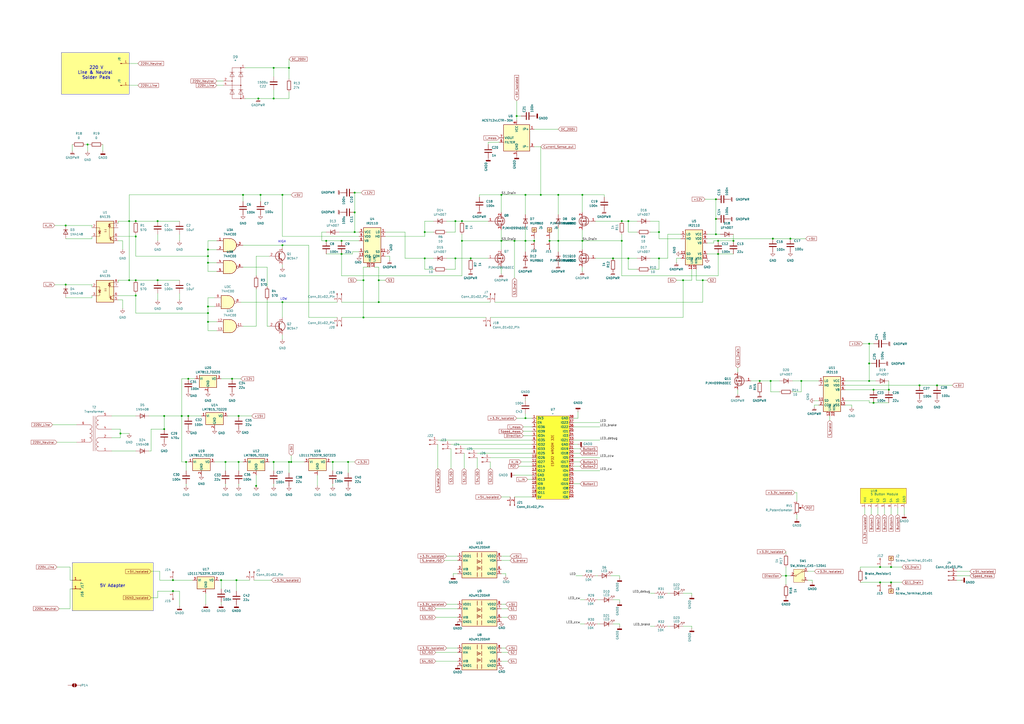
<source format=kicad_sch>
(kicad_sch (version 20250114) (generator "eeschema") (generator_version "9.0")
  (paper "A2")
  (lib_symbols
    (symbol "74xx:74HC00" (pin_names (offset 1.016))
      (property "Reference" "U" (at 0 1.27 0))
      (property "Value" "74HC00" (at 0 -1.27 0))
      (symbol "74HC00_1_1"
        (pin input line (at -7.62 2.54 0) (length 3.81) (name "~") (number "1"))
        (pin input line (at -7.62 -2.54 0) (length 3.81) (name "~") (number "2"))
        (pin output inverted (at 7.62 0 180) (length 3.81) (name "~") (number "3"))
      )
      (symbol "74HC00_1_2"
        (pin input inverted (at -7.62 2.54 0) (length 4.318) (name "~") (number "1"))
        (pin input inverted (at -7.62 -2.54 0) (length 4.318) (name "~") (number "2"))
        (pin output line (at 7.62 0 180) (length 3.81) (name "~") (number "3"))
      )
      (symbol "74HC00_2_1"
        (pin input line (at -7.62 2.54 0) (length 3.81) (name "~") (number "4"))
        (pin input line (at -7.62 -2.54 0) (length 3.81) (name "~") (number "5"))
        (pin output inverted (at 7.62 0 180) (length 3.81) (name "~") (number "6"))
      )
      (symbol "74HC00_2_2"
        (pin input inverted (at -7.62 2.54 0) (length 4.318) (name "~") (number "4"))
        (pin input inverted (at -7.62 -2.54 0) (length 4.318) (name "~") (number "5"))
        (pin output line (at 7.62 0 180) (length 3.81) (name "~") (number "6"))
      )
      (symbol "74HC00_3_1"
        (pin input line (at -7.62 2.54 0) (length 3.81) (name "~") (number "9"))
        (pin input line (at -7.62 -2.54 0) (length 3.81) (name "~") (number "10"))
        (pin output inverted (at 7.62 0 180) (length 3.81) (name "~") (number "8"))
      )
      (symbol "74HC00_3_2"
        (pin input inverted (at -7.62 2.54 0) (length 4.318) (name "~") (number "9"))
        (pin input inverted (at -7.62 -2.54 0) (length 4.318) (name "~") (number "10"))
        (pin output line (at 7.62 0 180) (length 3.81) (name "~") (number "8"))
      )
      (symbol "74HC00_4_1"
        (pin input line (at -7.62 2.54 0) (length 3.81) (name "~") (number "12"))
        (pin input line (at -7.62 -2.54 0) (length 3.81) (name "~") (number "13"))
        (pin output inverted (at 7.62 0 180) (length 3.81) (name "~") (number "11"))
      )
      (symbol "74HC00_4_2"
        (pin input inverted (at -7.62 2.54 0) (length 4.318) (name "~") (number "12"))
        (pin input inverted (at -7.62 -2.54 0) (length 4.318) (name "~") (number "13"))
        (pin output line (at 7.62 0 180) (length 3.81) (name "~") (number "11"))
      )
      (symbol "74HC00_5_0"
        (pin power_in line (at 0 12.7 270) (length 5.08) (name "VCC") (number "14"))
        (pin power_in line (at 0 -12.7 90) (length 5.08) (name "GND") (number "7"))
      )
    )
    (symbol "Connector:Conn_01x01_Pin" (pin_names (offset 1.016) (hide yes))
      (property "Reference" "J" (at 0 2.54 0))
      (property "Value" "Conn_01x01_Pin" (at 0 -2.54 0))
      (symbol "Conn_01x01_Pin_1_1"
        (pin passive line (at 5.08 0 180) (length 3.81) (name "Pin_1") (number "1"))
      )
    )
    (symbol "Connector:Conn_01x02_Pin" (pin_names (offset 1.016) (hide yes))
      (property "Reference" "J" (at 0 2.54 0))
      (property "Value" "Conn_01x02_Pin" (at 0 -5.08 0))
      (symbol "Conn_01x02_Pin_1_1"
        (pin passive line (at 5.08 0 180) (length 3.81) (name "Pin_1") (number "1"))
        (pin passive line (at 5.08 -2.54 180) (length 3.81) (name "Pin_2") (number "2"))
      )
    )
    (symbol "Connector:Conn_01x03_Pin" (pin_names (offset 1.016) (hide yes))
      (property "Reference" "J" (at 0 5.08 0))
      (property "Value" "Conn_01x03_Pin" (at 0 -5.08 0))
      (symbol "Conn_01x03_Pin_1_1"
        (pin passive line (at 5.08 2.54 180) (length 3.81) (name "Pin_1") (number "1"))
        (pin passive line (at 5.08 0 180) (length 3.81) (name "Pin_2") (number "2"))
        (pin passive line (at 5.08 -2.54 180) (length 3.81) (name "Pin_3") (number "3"))
      )
    )
    (symbol "Connector:Screw_Terminal_01x01" (pin_names (offset 1.016) (hide yes))
      (property "Reference" "J" (at 0 2.54 0))
      (property "Value" "Screw_Terminal_01x01" (at 0 -2.54 0))
      (symbol "Screw_Terminal_01x01_1_1"
        (pin passive line (at -5.08 0 0) (length 3.81) (name "Pin_1") (number "1"))
      )
    )
    (symbol "Device:C" (pin_numbers (hide yes)) (pin_names (offset 0.254))
      (property "Reference" "C" (at 0.635 2.54 0))
      (property "Value" "C" (at 0.635 -2.54 0))
      (symbol "C_1_1"
        (pin passive line (at 0 3.81 270) (length 2.794) (name "~") (number "1"))
        (pin passive line (at 0 -3.81 90) (length 2.794) (name "~") (number "2"))
      )
    )
    (symbol "Device:LED" (pin_numbers (hide yes)) (pin_names (offset 1.016) (hide yes))
      (property "Reference" "D" (at 0 2.54 0))
      (property "Value" "LED" (at 0 -2.54 0))
      (symbol "LED_1_1"
        (pin passive line (at -3.81 0 0) (length 2.54) (name "K") (number "1"))
        (pin passive line (at 3.81 0 180) (length 2.54) (name "A") (number "2"))
      )
    )
    (symbol "Device:R" (pin_numbers (hide yes)) (pin_names (offset 0))
      (property "Reference" "R" (at 2.032 0 90))
      (property "Value" "R" (at 0 0 90))
      (symbol "R_1_1"
        (pin passive line (at 0 3.81 270) (length 1.27) (name "~") (number "1"))
        (pin passive line (at 0 -3.81 90) (length 1.27) (name "~") (number "2"))
      )
    )
    (symbol "Device:R_Potentiometer" (pin_names (offset 1.016) (hide yes))
      (property "Reference" "RV" (at -4.445 0 90))
      (property "Value" "R_Potentiometer" (at -2.54 0 90))
      (symbol "R_Potentiometer_1_1"
        (pin passive line (at 0 3.81 270) (length 1.27) (name "1") (number "1"))
        (pin passive line (at 0 -3.81 90) (length 1.27) (name "3") (number "3"))
        (pin passive line (at 3.81 0 180) (length 1.27) (name "2") (number "2"))
      )
    )
    (symbol "Device:R_US" (pin_numbers (hide yes)) (pin_names (offset 0))
      (property "Reference" "R" (at 2.54 0 90))
      (property "Value" "R_US" (at -2.54 0 90))
      (symbol "R_US_1_1"
        (pin passive line (at 0 3.81 270) (length 1.27) (name "~") (number "1"))
        (pin passive line (at 0 -3.81 90) (length 1.27) (name "~") (number "2"))
      )
    )
    (symbol "Diode:1N4001" (pin_numbers (hide yes)) (pin_names (hide yes))
      (property "Reference" "D" (at 0 2.54 0))
      (property "Value" "1N4001" (at 0 -2.54 0))
      (symbol "1N4001_1_1"
        (pin passive line (at -3.81 0 0) (length 2.54) (name "K") (number "1"))
        (pin passive line (at 3.81 0 180) (length 2.54) (name "A") (number "2"))
      )
    )
    (symbol "Diode:1N4148" (pin_numbers (hide yes)) (pin_names (hide yes))
      (property "Reference" "D" (at 0 2.54 0))
      (property "Value" "1N4148" (at 0 -2.54 0))
      (symbol "1N4148_1_1"
        (pin passive line (at -3.81 0 0) (length 2.54) (name "K") (number "1"))
        (pin passive line (at 3.81 0 180) (length 2.54) (name "A") (number "2"))
      )
    )
    (symbol "Diode:1N5408" (pin_numbers (hide yes)) (pin_names (hide yes))
      (property "Reference" "D" (at 0 2.54 0))
      (property "Value" "1N5408" (at 0 -2.54 0))
      (symbol "1N5408_1_1"
        (pin passive line (at -3.81 0 0) (length 2.54) (name "K") (number "1"))
        (pin passive line (at 3.81 0 180) (length 2.54) (name "A") (number "2"))
      )
    )
    (symbol "Diode:BYV79-200" (pin_numbers (hide yes)) (pin_names (hide yes))
      (property "Reference" "D" (at 0 2.54 0))
      (property "Value" "BYV79-200" (at 0 -2.54 0))
      (symbol "BYV79-200_1_1"
        (pin passive line (at -3.81 0 0) (length 2.54) (name "K") (number "1"))
        (pin passive line (at 3.81 0 180) (length 2.54) (name "A") (number "2"))
      )
    )
    (symbol "Driver_FET:IR2110"
      (property "Reference" "U7" (at 0 15.24 0))
      (property "Value" "IR2110" (at 0 12.7 0))
      (symbol "IR2110_1_1"
        (pin output line (at -7.62 7.62 0) (length 2.54) (name "LO") (number "1"))
        (pin output line (at -7.62 5.08 0) (length 2.54) (name "HO") (number "7"))
        (pin input line (at -7.62 -3.81 0) (length 2.54) (name "SD") (number "11"))
        (pin power_in line (at -7.62 -6.35 0) (length 2.54) (name "COM") (number "2"))
        (pin no_connect line (at -5.08 7.62 0) (length 2.54) (hide yes) (name "NC") (number "4"))
        (pin no_connect line (at -5.08 5.08 0) (length 2.54) (hide yes) (name "NC") (number "8"))
        (pin no_connect line (at -5.08 2.54 0) (length 2.54) (hide yes) (name "NC") (number "14"))
        (pin input line (at -1.27 -12.7 90) (length 2.54) (name "LIN") (number "12"))
        (pin input line (at 1.27 -12.7 90) (length 2.54) (name "HIN") (number "10"))
        (pin power_in line (at 7.62 7.62 180) (length 2.54) (name "VCC") (number "3"))
        (pin power_in line (at 7.62 5.08 180) (length 2.54) (name "VDD") (number "9"))
        (pin passive line (at 7.62 2.54 180) (length 2.54) (name "VB") (number "6"))
        (pin passive line (at 7.62 -3.81 180) (length 2.54) (name "VS") (number "5"))
        (pin power_in line (at 7.62 -6.35 180) (length 2.54) (name "VSS") (number "13"))
      )
    )
    (symbol "Isolator:6N135" (pin_names (offset 1.016))
      (property "Reference" "U" (at -5.08 7.62 0))
      (property "Value" "6N135" (at 0 7.62 0))
      (symbol "6N135_1_1"
        (pin passive line (at -7.62 2.54 0) (length 2.54) (name "~") (number "2"))
        (pin passive line (at -7.62 -2.54 0) (length 2.54) (name "~") (number "3"))
        (pin no_connect line (at -5.08 5.08 0) (length 2.54) (hide yes) (name "NC") (number "1"))
        (pin no_connect line (at -5.08 -5.08 0) (length 2.54) (hide yes) (name "NC") (number "4"))
        (pin passive line (at 7.62 5.08 180) (length 2.54) (name "~") (number "8"))
        (pin passive line (at 7.62 2.54 180) (length 2.54) (name "~") (number "7"))
        (pin passive line (at 7.62 -2.54 180) (length 2.54) (name "~") (number "6"))
        (pin passive line (at 7.62 -5.08 180) (length 2.54) (name "~") (number "5"))
      )
    )
    (symbol "Isolator:ADuM1200AR"
      (property "Reference" "U" (at -10.16 8.89 0))
      (property "Value" "ADuM1200AR" (at -2.032 8.89 0))
      (symbol "ADuM1200AR_1_1"
        (pin power_in line (at -12.7 5.08 0) (length 2.54) (name "VDD1") (number "1"))
        (pin input line (at -12.7 2.54 0) (length 2.54) (name "VIA") (number "2"))
        (pin input line (at -12.7 -2.54 0) (length 2.54) (name "VIB") (number "3"))
        (pin power_in line (at -12.7 -5.08 0) (length 2.54) (name "GND1") (number "4"))
        (pin power_in line (at 12.7 5.08 180) (length 2.54) (name "VDD2") (number "8"))
        (pin output line (at 12.7 2.54 180) (length 2.54) (name "VOA") (number "7"))
        (pin output line (at 12.7 -2.54 180) (length 2.54) (name "VOB") (number "6"))
        (pin power_in line (at 12.7 -5.08 180) (length 2.54) (name "GND2") (number "5"))
      )
    )
    (symbol "Jumper:SolderJumper_2_Open" (pin_numbers (hide yes)) (pin_names (offset 0) (hide yes)) (exclude_from_sim yes) (in_bom no)
      (property "Reference" "JP" (at 0 2.032 0))
      (property "Value" "SolderJumper_2_Open" (at 0 -2.54 0))
      (symbol "SolderJumper_2_Open_1_1"
        (pin passive line (at -3.81 0 0) (length 2.54) (name "A") (number "1"))
        (pin passive line (at 3.81 0 180) (length 2.54) (name "B") (number "2"))
      )
    )
    (symbol "KBPC3510FP:Bridge_1ph" (pin_names (hide yes))
      (property "Reference" "D" (at 0 0 0))
      (property "Value" "*" (at -1.27 -3.81 0))
      (symbol "Bridge_1ph_1_0"
        (pin passive line (at 0 2.54 0) (length 2.54) (name "Input_~") (number "2"))
        (pin passive line (at 0 0 0) (length 2.54) (name "Input_~") (number "4"))
        (pin passive line (at 12.7 10.16 180) (length 2.54) (name "+") (number "1"))
        (pin passive line (at 12.7 -7.62 180) (length 2.54) (name "-") (number "3"))
      )
    )
    (symbol "My_Library:ESP32-wroom32e"
      (property "Reference" "U" (at 13.462 15.24 0))
      (symbol "ESP32-wroom32e_1_1"
        (text "ESP32 WROOM 32E" (at 13.208 -6.096 900) (effects (font (size 1.27 1.27))))
        (pin power_in line (at 1.27 12.7 0) (length 2.54) (name "3V3") (number "1"))
        (pin input line (at 1.27 10.16 0) (length 2.54) (name "EN") (number "2"))
        (pin input line (at 1.27 7.62 0) (length 2.54) (name "IO36") (number "3"))
        (pin input line (at 1.27 5.08 0) (length 2.54) (name "IO39") (number "4"))
        (pin input line (at 1.27 2.54 0) (length 2.54) (name "IO34") (number "5"))
        (pin input line (at 1.27 0 0) (length 2.54) (name "IO35") (number "6"))
        (pin bidirectional line (at 1.27 -2.54 0) (length 2.54) (name "IO32") (number "7"))
        (pin bidirectional line (at 1.27 -5.08 0) (length 2.54) (name "IO33") (number "8"))
        (pin bidirectional line (at 1.27 -7.62 0) (length 2.54) (name "IO25") (number "9"))
        (pin bidirectional line (at 1.27 -10.16 0) (length 2.54) (name "IO26") (number "10"))
        (pin bidirectional line (at 1.27 -12.7 0) (length 2.54) (name "IO27") (number "11"))
        (pin bidirectional line (at 1.27 -15.24 0) (length 2.54) (name "IO14") (number "12"))
        (pin bidirectional line (at 1.27 -17.78 0) (length 2.54) (name "IO12") (number "13"))
        (pin power_in line (at 1.27 -20.32 0) (length 2.54) (name "GND") (number "14"))
        (pin bidirectional line (at 1.27 -22.86 0) (length 2.54) (name "IO13") (number "15"))
        (pin input line (at 1.27 -25.4 0) (length 2.54) (name "IO9") (number "16"))
        (pin input line (at 1.27 -27.94 0) (length 2.54) (name "IO10") (number "17"))
        (pin input line (at 1.27 -30.48 0) (length 2.54) (name "IO11") (number "18"))
        (pin power_in line (at 1.27 -33.02 0) (length 2.54) (name "5V") (number "19"))
        (pin power_in line (at 25.4 12.7 180) (length 2.54) (name "GND") (number "38"))
        (pin bidirectional line (at 25.4 10.16 180) (length 2.54) (name "IO23") (number "37"))
        (pin bidirectional line (at 25.4 7.62 180) (length 2.54) (name "IO22") (number "36"))
        (pin bidirectional line (at 25.4 5.08 180) (length 2.54) (name "IO1") (number "35"))
        (pin bidirectional line (at 25.4 2.54 180) (length 2.54) (name "IO3") (number "34"))
        (pin bidirectional line (at 25.4 0 180) (length 2.54) (name "IO21") (number "33"))
        (pin power_in line (at 25.4 -2.54 180) (length 2.54) (name "GND") (number "32"))
        (pin bidirectional line (at 25.4 -5.08 180) (length 2.54) (name "IO19") (number "31"))
        (pin bidirectional line (at 25.4 -7.62 180) (length 2.54) (name "IO18") (number "30"))
        (pin bidirectional line (at 25.4 -10.16 180) (length 2.54) (name "IO5") (number "29"))
        (pin bidirectional line (at 25.4 -12.7 180) (length 2.54) (name "IO17") (number "28"))
        (pin bidirectional line (at 25.4 -15.24 180) (length 2.54) (name "IO16") (number "27"))
        (pin bidirectional line (at 25.4 -17.78 180) (length 2.54) (name "IO4") (number "26"))
        (pin bidirectional line (at 25.4 -20.32 180) (length 2.54) (name "IO0") (number "25"))
        (pin bidirectional line (at 25.4 -22.86 180) (length 2.54) (name "IO2") (number "24"))
        (pin bidirectional line (at 25.4 -25.4 180) (length 2.54) (name "IO15") (number "23"))
        (pin input line (at 25.4 -27.94 180) (length 2.54) (name "IO8") (number "22"))
        (pin input line (at 25.4 -30.48 180) (length 2.54) (name "IO7") (number "21"))
        (pin input line (at 25.4 -33.02 180) (length 2.54) (name "IO6") (number "20"))
      )
    )
    (symbol "Regulator_Linear:LD1117S33TR_SOT223"
      (property "Reference" "U" (at -3.81 3.175 0))
      (property "Value" "LD1117S33TR_SOT223" (at 0 3.175 0))
      (symbol "LD1117S33TR_SOT223_1_1"
        (pin power_in line (at -7.62 0 0) (length 2.54) (name "VI") (number "3"))
        (pin power_in line (at 0 -7.62 90) (length 2.54) (name "GND") (number "1"))
        (pin power_out line (at 7.62 0 180) (length 2.54) (name "VO") (number "2"))
      )
    )
    (symbol "Regulator_Linear:LM7805_TO220" (pin_names (offset 0.254))
      (property "Reference" "U" (at -3.81 3.175 0))
      (property "Value" "LM7805_TO220" (at 0 3.175 0))
      (symbol "LM7805_TO220_1_1"
        (pin power_in line (at -7.62 0 0) (length 2.54) (name "VI") (number "1"))
        (pin power_in line (at 0 -7.62 90) (length 2.54) (name "GND") (number "2"))
        (pin power_out line (at 7.62 0 180) (length 2.54) (name "VO") (number "3"))
      )
    )
    (symbol "Regulator_Linear:LM7812_TO220" (pin_names (offset 0.254))
      (property "Reference" "U" (at -3.81 3.175 0))
      (property "Value" "LM7812_TO220" (at 0 3.175 0))
      (symbol "LM7812_TO220_1_1"
        (pin power_in line (at -7.62 0 0) (length 2.54) (name "VI") (number "1"))
        (pin power_in line (at 0 -7.62 90) (length 2.54) (name "GND") (number "2"))
        (pin power_out line (at 7.62 0 180) (length 2.54) (name "VO") (number "3"))
      )
    )
    (symbol "Regulator_Linear:LM7815_TO220" (pin_names (offset 0.254))
      (property "Reference" "U" (at -3.81 3.175 0))
      (property "Value" "LM7815_TO220" (at 0 3.175 0))
      (symbol "LM7815_TO220_1_1"
        (pin power_in line (at -7.62 0 0) (length 2.54) (name "VI") (number "1"))
        (pin power_in line (at 0 -7.62 90) (length 2.54) (name "GND") (number "2"))
        (pin power_out line (at 7.62 0 180) (length 2.54) (name "VO") (number "3"))
      )
    )
    (symbol "Sensor_Current:ACS712xLCTR-30A"
      (property "Reference" "U" (at 2.54 11.43 0))
      (property "Value" "ACS712xLCTR-30A" (at 2.54 8.89 0))
      (symbol "ACS712xLCTR-30A_1_1"
        (pin passive line (at -10.16 5.08 0) (length 2.54) (name "IP+") (number "1"))
        (pin passive line (at -10.16 5.08 0) (length 2.54) (hide yes) (name "IP+") (number "2"))
        (pin passive line (at -10.16 -5.08 0) (length 2.54) (name "IP-") (number "3"))
        (pin passive line (at -10.16 -5.08 0) (length 2.54) (hide yes) (name "IP-") (number "4"))
        (pin power_in line (at 0 10.16 270) (length 2.54) (name "VCC") (number "8"))
        (pin power_in line (at 0 -10.16 90) (length 2.54) (name "GND") (number "5"))
        (pin output line (at 10.16 0 180) (length 2.54) (name "VIOUT") (number "7"))
        (pin passive line (at 10.16 -2.54 180) (length 2.54) (name "FILTER") (number "6"))
      )
    )
    (symbol "Switch:SW_Nidec_CAS-120A1" (pin_names (offset 1) (hide yes))
      (property "Reference" "SW" (at 0 4.318 0))
      (property "Value" "SW_Nidec_CAS-120A1" (at 0 -5.08 0))
      (symbol "SW_Nidec_CAS-120A1_1_1"
        (pin passive line (at -5.08 0 0) (length 2.54) (name "B") (number "2"))
        (pin passive line (at 5.08 2.54 180) (length 2.54) (name "A") (number "3"))
        (pin passive line (at 5.08 -2.54 180) (length 2.54) (name "C") (number "1"))
      )
    )
    (symbol "Transistor_BJT:BC547" (pin_names (offset 0) (hide yes))
      (property "Reference" "Q" (at 5.08 1.905 0))
      (property "Value" "BC547" (at 5.08 0 0))
      (symbol "BC547_1_1"
        (pin input line (at -5.08 0 0) (length 2.54) (name "B") (number "2"))
        (pin passive line (at 2.54 5.08 270) (length 2.54) (name "C") (number "1"))
        (pin passive line (at 2.54 -5.08 90) (length 2.54) (name "E") (number "3"))
      )
    )
    (symbol "Transistor_FET:IRFP4468PbF" (pin_names (hide yes))
      (property "Reference" "Q" (at 5.08 1.905 0))
      (property "Value" "IRFP4468PbF" (at 5.08 0 0))
      (symbol "IRFP4468PbF_1_1"
        (pin input line (at -5.08 0 0) (length 2.54) (name "G") (number "1"))
        (pin passive line (at 2.54 5.08 270) (length 2.54) (name "D") (number "2"))
        (pin passive line (at 2.54 -5.08 90) (length 2.54) (name "S") (number "3"))
      )
    )
    (symbol "our_library:5_Button"
      (property "Reference" "U18" (at 27.94 -5.0799 0))
      (property "Value" "~" (at 27.94 -6.985 0))
      (symbol "5_Button_1_1"
        (pin power_in line (at 2.54 -11.43 90) (length 2.54) (name "Vcc") (number "1"))
        (pin output line (at 6.35 -11.43 90) (length 2.54) (name "S1") (number "2"))
        (pin output line (at 10.16 -11.43 90) (length 2.54) (name "S2") (number "4"))
        (pin output line (at 13.97 -11.43 90) (length 2.54) (name "S3") (number "5"))
        (pin output line (at 17.78 -11.43 90) (length 2.54) (name "S4") (number "6"))
        (pin output line (at 21.59 -11.43 90) (length 2.54) (name "S5") (number "7"))
        (pin power_in line (at 25.4 -11.43 90) (length 2.54) (name "GND") (number "3"))
      )
    )
    (symbol "our_library:Transformer" (pin_names (offset 1.016) (hide yes))
      (property "Reference" "T" (at 0 12.7 0))
      (property "Value" "Transformer" (at 0 -12.7 0))
      (symbol "Transformer_1_1"
        (pin passive line (at -10.16 5.08 0) (length 7.62) (name "AA") (number "6"))
        (pin passive line (at -10.16 -5.08 0) (length 7.62) (name "AB") (number "10"))
        (pin passive line (at 10.16 10.16 180) (length 7.62) (name "SA") (number "5"))
        (pin passive line (at 10.16 2.54 180) (length 7.62) (name "SB") (number "4"))
        (pin passive line (at 10.16 -2.54 180) (length 7.62) (name "SC") (number "2"))
        (pin passive line (at 10.16 -10.16 180) (length 7.62) (name "SD") (number "1"))
      )
    )
    (symbol "power:GND" (power) (pin_numbers (hide yes)) (pin_names (offset 0) (hide yes))
      (property "Value" "GND" (at 0 -3.81 0))
      (symbol "GND_1_1"
        (pin power_in line (at 0 0 270) (length 0) (name "~") (number "1"))
      )
    )
    (symbol "power:GNDD" (power) (pin_numbers (hide yes)) (pin_names (offset 0) (hide yes))
      (property "Value" "GNDD" (at 0 -3.175 0))
      (symbol "GNDD_1_1"
        (pin power_in line (at 0 0 270) (length 0) (name "~") (number "1"))
      )
    )
    (symbol "power:GNDPWR" (power) (pin_numbers (hide yes)) (pin_names (offset 0) (hide yes))
      (property "Value" "GNDPWR" (at 0 -3.302 0))
      (symbol "GNDPWR_1_1"
        (pin power_in line (at 0 0 270) (length 0) (name "~") (number "1"))
      )
    )
  )
  (rectangle (start 41.91 326.39) (end 88.9 354.33) (fill (type color) (color 255 255 144 1)))
  (rectangle (start 35.56 30.48) (end 74.93 54.61) (fill (type color) (color 255 255 144 1)))
  (text "220 V\nLine & Neutral \nSolder Pads" (at 55.88 42.164 0) (effects (font (size 1.778 1.778) (thickness 0.254) (bold yes))))
  (text "HIGH" (at 163.576 140.208 0) (effects (font (size 1.27 1.27))))
  (text "LOW" (at 164.592 173.482 0) (effects (font (size 1.27 1.27))))
  (text "5V Adapter" (at 65.278 339.852 0) (effects (font (size 1.778 1.778) (thickness 0.254) (bold yes))))
  (junction (at 464.82 220.98))
  (junction (at 516.89 337.82))
  (junction (at 246.38 134.62))
  (junction (at 134.62 219.71))
  (junction (at 309.88 139.7))
  (junction (at 158.75 57.15))
  (junction (at 205.74 134.62))
  (junction (at 189.23 139.7))
  (junction (at 100.33 342.9))
  (junction (at 91.44 128.27))
  (junction (at 415.29 135.89))
  (junction (at 264.16 128.27))
  (junction (at 416.56 139.7))
  (junction (at 130.81 267.97))
  (junction (at 100.33 336.55))
  (junction (at 193.04 267.97))
  (junction (at 246.38 149.86))
  (junction (at 163.83 142.24))
  (junction (at 140.97 113.03))
  (junction (at 506.73 226.06))
  (junction (at 74.93 162.56))
  (junction (at 78.74 171.45))
  (junction (at 290.83 139.7))
  (junction (at 163.83 175.26))
  (junction (at 533.4 223.52))
  (junction (at 201.93 267.97))
  (junction (at 158.75 267.97))
  (junction (at 158.75 39.37))
  (junction (at 515.62 226.06))
  (junction (at 148.59 281.8521))
  (junction (at 440.69 220.98))
  (junction (at 198.12 147.32))
  (junction (at 151.13 113.03))
  (junction (at 323.85 113.03))
  (junction (at 168.91 267.97))
  (junction (at 448.31 138.43))
  (junction (at 210.82 184.15))
  (junction (at 120.65 152.4))
  (junction (at 415.29 127))
  (junction (at 205.74 111.76))
  (junction (at 304.8 139.7))
  (junction (at 264.16 149.86))
  (junction (at 337.82 139.7))
  (junction (at 396.24 162.56))
  (junction (at 219.71 162.56))
  (junction (at 355.6 149.86))
  (junction (at 91.44 162.56))
  (junction (at 78.74 128.27))
  (junction (at 273.05 149.86))
  (junction (at 304.8 242.57))
  (junction (at 323.85 139.7))
  (junction (at 149.86 57.15))
  (junction (at 415.29 115.57))
  (junction (at 137.16 336.55))
  (junction (at 382.27 134.62))
  (junction (at 210.82 162.56))
  (junction (at 298.45 139.7))
  (junction (at 458.47 138.43))
  (junction (at 120.65 186.69))
  (junction (at 219.71 175.26))
  (junction (at 455.93 334.01))
  (junction (at 120.65 148.59))
  (junction (at 95.25 248.92))
  (junction (at 337.82 113.03))
  (junction (at 516.89 328.93))
  (junction (at 138.43 267.97))
  (junction (at 74.93 128.27))
  (junction (at 364.49 149.86))
  (junction (at 504.19 210.82))
  (junction (at 107.95 267.97))
  (junction (at 120.65 144.78))
  (junction (at 360.68 139.7))
  (junction (at 109.22 241.3))
  (junction (at 205.74 123.19))
  (junction (at 506.73 233.68))
  (junction (at 167.64 39.37))
  (junction (at 299.72 67.31))
  (junction (at 510.54 337.82))
  (junction (at 364.49 128.27))
  (junction (at 313.69 113.03))
  (junction (at 318.77 139.7))
  (junction (at 128.27 336.55))
  (junction (at 304.8 113.03))
  (junction (at 407.67 162.56))
  (junction (at 510.54 328.93))
  (junction (at 163.83 113.03))
  (junction (at 78.74 162.56))
  (junction (at 416.56 147.32))
  (junction (at 105.41 241.3))
  (junction (at 109.22 219.71))
  (junction (at 290.83 113.03))
  (junction (at 120.65 177.8))
  (junction (at 447.04 220.98))
  (junction (at 267.97 128.27))
  (junction (at 382.27 149.86))
  (junction (at 69.85 251.46))
  (junction (at 120.65 181.61))
  (junction (at 543.56 223.52))
  (junction (at 198.12 139.7))
  (junction (at 267.97 139.7))
  (junction (at 38.1 130.81))
  (junction (at 504.19 199.39))
  (junction (at 78.74 137.16))
  (junction (at 50.8 83.82))
  (junction (at 167.64 267.97))
  (junction (at 360.68 128.27))
  (junction (at 38.1 165.1))
  (junction (at 138.43 241.3))
  (junction (at 95.25 241.3))
  (junction (at 504.19 220.98))
  (junction (at 425.45 139.7))
  (wire (pts (xy 287.02 175.26) (xy 407.67 175.26)))
  (wire (pts (xy 359.41 335.28) (xy 359.41 334.01)))
  (wire (pts (xy 382.27 134.62) (xy 377.19 134.62)))
  (wire (pts (xy 120.65 181.61) (xy 120.65 177.8)))
  (wire (pts (xy 414.02 140.97) (xy 414.02 139.7)))
  (wire (pts (xy 494.03 236.22) (xy 494.03 234.95)))
  (wire (pts (xy 167.64 53.34) (xy 167.64 57.15)))
  (wire (pts (xy 120.65 191.77) (xy 125.73 191.77)))
  (wire (pts (xy 337.82 139.7) (xy 337.82 144.78)))
  (wire (pts (xy 53.34 132.08) (xy 53.34 130.81)))
  (wire (pts (xy 415.29 127) (xy 415.29 135.89)))
  (wire (pts (xy 309.88 85.09) (xy 313.69 85.09)))
  (wire (pts (xy 107.95 280.67) (xy 107.95 281.94)))
  (wire (pts (xy 120.65 144.78) (xy 125.73 144.78)))
  (wire (pts (xy 259.08 375.92) (xy 265.43 375.92)))
  (wire (pts (xy 447.04 220.98) (xy 440.69 220.98)))
  (wire (pts (xy 205.74 111.76) (xy 205.74 123.19)))
  (wire (pts (xy 78.74 128.27) (xy 91.44 128.27)))
  (wire (pts (xy 210.82 162.56) (xy 210.82 184.15)))
  (wire (pts (xy 128.27 336.55) (xy 128.27 341.63)))
  (wire (pts (xy 401.32 345.44) (xy 401.32 344.17)))
  (wire (pts (xy 543.56 223.52) (xy 552.45 223.52)))
  (wire (pts (xy 40.64 341.63) (xy 40.64 353.06)))
  (wire (pts (xy 80.01 36.83) (xy 74.93 36.83)))
  (wire (pts (xy 276.86 265.43) (xy 276.86 271.78)))
  (wire (pts (xy 86.36 241.3) (xy 95.25 241.3)))
  (wire (pts (xy 345.44 334.01) (xy 346.71 334.01)))
  (wire (pts (xy 78.74 148.59) (xy 120.65 148.59)))
  (wire (pts (xy 132.08 241.3) (xy 138.43 241.3)))
  (wire (pts (xy 501.65 298.45) (xy 501.65 294.64)))
  (wire (pts (xy 80.01 49.53) (xy 74.93 49.53)))
  (wire (pts (xy 309.88 139.7) (xy 304.8 139.7)))
  (wire (pts (xy 163.83 142.24) (xy 163.83 143.51)))
  (wire (pts (xy 163.83 153.67) (xy 163.83 154.94)))
  (wire (pts (xy 299.72 242.57) (xy 304.8 242.57)))
  (wire (pts (xy 120.65 144.78) (xy 120.65 148.59)))
  (wire (pts (xy 41.91 87.63) (xy 41.91 83.82)))
  (wire (pts (xy 447.04 220.98) (xy 447.04 227.33)))
  (wire (pts (xy 458.47 138.43) (xy 467.36 138.43)))
  (wire (pts (xy 100.33 336.55) (xy 111.76 336.55)))
  (wire (pts (xy 318.77 139.7) (xy 323.85 139.7)))
  (wire (pts (xy 64.77 261.62) (xy 78.74 261.62)))
  (wire (pts (xy 490.22 223.52) (xy 533.4 223.52)))
  (wire (pts (xy 148.59 281.8521) (xy 148.59 281.94)))
  (wire (pts (xy 219.71 175.26) (xy 284.48 175.26)))
  (wire (pts (xy 452.12 227.33) (xy 447.04 227.33)))
  (wire (pts (xy 295.91 325.12) (xy 290.83 325.12)))
  (wire (pts (xy 125.73 46.99) (xy 129.54 46.99)))
  (wire (pts (xy 332.74 255.27) (xy 347.98 255.27)))
  (wire (pts (xy 104.14 135.89) (xy 104.14 139.7)))
  (wire (pts (xy 359.41 349.25) (xy 359.41 347.98)))
  (wire (pts (xy 74.93 128.27) (xy 78.74 128.27)))
  (wire (pts (xy 78.74 171.45) (xy 78.74 181.61)))
  (wire (pts (xy 516.89 294.64) (xy 516.89 298.45)))
  (wire (pts (xy 462.28 285.75) (xy 462.28 290.83)))
  (wire (pts (xy 74.93 162.56) (xy 78.74 162.56)))
  (wire (pts (xy 290.83 139.7) (xy 290.83 144.78)))
  (wire (pts (xy 223.52 134.62) (xy 234.95 134.62)))
  (wire (pts (xy 396.24 162.56) (xy 401.32 162.56)))
  (wire (pts (xy 38.1 172.72) (xy 53.34 172.72)))
  (wire (pts (xy 318.77 138.43) (xy 318.77 139.7)))
  (wire (pts (xy 109.22 241.3) (xy 116.84 241.3)))
  (wire (pts (xy 196.85 134.62) (xy 205.74 134.62)))
  (wire (pts (xy 505.46 294.64) (xy 505.46 298.45)))
  (wire (pts (xy 198.12 139.7) (xy 208.28 139.7)))
  (wire (pts (xy 396.24 363.22) (xy 401.32 363.22)))
  (wire (pts (xy 284.48 265.43) (xy 308.61 265.43)))
  (wire (pts (xy 163.83 113.03) (xy 163.83 137.16)))
  (wire (pts (xy 74.93 113.03) (xy 140.97 113.03)))
  (wire (pts (xy 154.94 154.94) (xy 154.94 166.37)))
  (wire (pts (xy 91.44 170.18) (xy 91.44 173.99)))
  (wire (pts (xy 189.23 134.62) (xy 186.69 134.62)))
  (wire (pts (xy 219.71 154.94) (xy 219.71 162.56)))
  (wire (pts (xy 120.65 186.69) (xy 125.73 186.69)))
  (wire (pts (xy 290.83 322.58) (xy 295.91 322.58)))
  (wire (pts (xy 303.53 252.73) (xy 308.61 252.73)))
  (wire (pts (xy 377.19 363.22) (xy 379.73 363.22)))
  (wire (pts (xy 148.59 148.59) (xy 156.21 148.59)))
  (wire (pts (xy 251.46 128.27) (xy 246.38 128.27)))
  (wire (pts (xy 267.97 139.7) (xy 267.97 160.02)))
  (wire (pts (xy 87.63 248.92) (xy 87.63 261.62)))
  (wire (pts (xy 293.37 332.74) (xy 290.83 332.74)))
  (wire (pts (xy 252.73 378.46) (xy 265.43 378.46)))
  (wire (pts (xy 226.06 151.13) (xy 226.06 148.59)))
  (wire (pts (xy 130.81 267.97) (xy 138.43 267.97)))
  (wire (pts (xy 163.83 142.24) (xy 140.97 142.24)))
  (wire (pts (xy 219.71 154.94) (xy 217.17 154.94)))
  (wire (pts (xy 140.97 189.23) (xy 148.59 189.23)))
  (wire (pts (xy 369.57 149.86) (xy 364.49 149.86)))
  (wire (pts (xy 360.68 128.27) (xy 345.44 128.27)))
  (wire (pts (xy 107.95 267.97) (xy 107.95 273.05)))
  (wire (pts (xy 323.85 139.7) (xy 337.82 139.7)))
  (wire (pts (xy 298.45 139.7) (xy 298.45 161.29)))
  (wire (pts (xy 515.62 220.98) (xy 515.62 226.06)))
  (wire (pts (xy 336.55 267.97) (xy 332.74 267.97)))
  (wire (pts (xy 332.74 265.43) (xy 347.98 265.43)))
  (wire (pts (xy 208.28 137.16) (xy 163.83 137.16)))
  (wire (pts (xy 120.65 177.8) (xy 124.46 177.8)))
  (wire (pts (xy 334.01 334.01) (xy 337.82 334.01)))
  (wire (pts (xy 302.26 267.97) (xy 308.61 267.97)))
  (wire (pts (xy 455.93 334.01) (xy 455.93 328.93)))
  (wire (pts (xy 168.91 267.97) (xy 176.53 267.97)))
  (wire (pts (xy 205.74 134.62) (xy 208.28 134.62)))
  (wire (pts (xy 562.61 334.01) (xy 554.99 334.01)))
  (wire (pts (xy 130.81 267.97) (xy 130.81 273.05)))
  (wire (pts (xy 323.85 124.46) (xy 323.85 113.03)))
  (wire (pts (xy 415.29 135.89) (xy 417.83 135.89)))
  (wire (pts (xy 360.68 135.89) (xy 360.68 139.7)))
  (wire (pts (xy 346.71 361.95) (xy 347.98 361.95)))
  (wire (pts (xy 403.86 156.21) (xy 403.86 162.56)))
  (wire (pts (xy 234.95 149.86) (xy 246.38 149.86)))
  (wire (pts (xy 31.75 130.81) (xy 38.1 130.81)))
  (wire (pts (xy 95.25 241.3) (xy 105.41 241.3)))
  (wire (pts (xy 130.81 280.67) (xy 130.81 281.94)))
  (wire (pts (xy 120.65 152.4) (xy 120.65 148.59)))
  (wire (pts (xy 290.83 288.29) (xy 295.91 288.29)))
  (wire (pts (xy 78.74 135.89) (xy 78.74 137.16)))
  (wire (pts (xy 205.74 111.76) (xy 209.55 111.76)))
  (wire (pts (xy 223.52 137.16) (xy 246.38 137.16)))
  (wire (pts (xy 142.24 39.37) (xy 158.75 39.37)))
  (wire (pts (xy 440.69 220.98) (xy 435.61 220.98)))
  (wire (pts (xy 472.44 236.22) (xy 472.44 234.95)))
  (wire (pts (xy 64.77 241.3) (xy 78.74 241.3)))
  (wire (pts (xy 262.89 332.74) (xy 265.43 332.74)))
  (wire (pts (xy 184.15 275.59) (xy 184.15 281.94)))
  (wire (pts (xy 120.65 157.48) (xy 125.73 157.48)))
  (wire (pts (xy 337.82 157.48) (xy 337.82 154.94)))
  (wire (pts (xy 158.75 280.67) (xy 158.75 281.94)))
  (wire (pts (xy 264.16 149.86) (xy 264.16 156.21)))
  (wire (pts (xy 396.24 162.56) (xy 396.24 184.15)))
  (wire (pts (xy 298.45 139.7) (xy 290.83 139.7)))
  (wire (pts (xy 500.38 199.39) (xy 504.19 199.39)))
  (wire (pts (xy 92.71 336.55) (xy 100.33 336.55)))
  (wire (pts (xy 337.82 123.19) (xy 337.82 113.03)))
  (wire (pts (xy 355.6 149.86) (xy 345.44 149.86)))
  (wire (pts (xy 147.32 336.55) (xy 157.48 336.55)))
  (wire (pts (xy 68.58 137.16) (xy 78.74 137.16)))
  (wire (pts (xy 251.46 149.86) (xy 246.38 149.86)))
  (wire (pts (xy 167.64 267.97) (xy 167.64 274.32)))
  (wire (pts (xy 210.82 154.94) (xy 210.82 162.56)))
  (wire (pts (xy 246.38 134.62) (xy 246.38 137.16)))
  (wire (pts (xy 408.94 115.57) (xy 415.29 115.57)))
  (wire (pts (xy 261.62 257.81) (xy 308.61 257.81)))
  (wire (pts (xy 355.6 347.98) (xy 359.41 347.98)))
  (wire (pts (xy 87.63 331.47) (xy 92.71 331.47)))
  (wire (pts (xy 168.91 264.16) (xy 168.91 267.97)))
  (wire (pts (xy 472.44 232.41) (xy 474.98 232.41)))
  (wire (pts (xy 105.41 241.3) (xy 105.41 219.71)))
  (wire (pts (xy 40.64 328.93) (xy 40.64 336.55)))
  (wire (pts (xy 471.17 336.55) (xy 468.63 336.55)))
  (wire (pts (xy 481.33 243.84) (xy 481.33 241.3)))
  (wire (pts (xy 369.57 128.27) (xy 364.49 128.27)))
  (wire (pts (xy 59.69 83.82) (xy 59.69 87.63)))
  (wire (pts (xy 226.06 148.59) (xy 223.52 148.59)))
  (wire (pts (xy 246.38 134.62) (xy 251.46 134.62)))
  (wire (pts (xy 40.64 336.55) (xy 41.91 336.55)))
  (wire (pts (xy 120.65 144.78) (xy 120.65 139.7)))
  (wire (pts (xy 140.97 113.03) (xy 140.97 116.84)))
  (wire (pts (xy 210.82 184.15) (xy 281.94 184.15)))
  (wire (pts (xy 104.14 342.9) (xy 100.33 342.9)))
  (wire (pts (xy 336.55 280.67) (xy 332.74 280.67)))
  (wire (pts (xy 91.44 342.9) (xy 100.33 342.9)))
  (wire (pts (xy 461.01 285.75) (xy 462.28 285.75)))
  (wire (pts (xy 336.55 361.95) (xy 339.09 361.95)))
  (wire (pts (xy 504.19 199.39) (xy 504.19 210.82)))
  (wire (pts (xy 201.93 267.97) (xy 201.93 274.32)))
  (wire (pts (xy 167.64 267.97) (xy 168.91 267.97)))
  (wire (pts (xy 504.19 232.41) (xy 490.22 232.41)))
  (wire (pts (xy 382.27 128.27) (xy 382.27 134.62)))
  (wire (pts (xy 302.26 67.31) (xy 299.72 67.31)))
  (wire (pts (xy 156.21 267.97) (xy 158.75 267.97)))
  (wire (pts (xy 347.98 273.05) (xy 332.74 273.05)))
  (wire (pts (xy 78.74 181.61) (xy 120.65 181.61)))
  (wire (pts (xy 407.67 162.56) (xy 403.86 162.56)))
  (wire (pts (xy 335.28 238.76) (xy 335.28 242.57)))
  (wire (pts (xy 294.64 383.54) (xy 290.83 383.54)))
  (wire (pts (xy 377.19 128.27) (xy 382.27 128.27)))
  (wire (pts (xy 464.82 220.98) (xy 464.82 227.33)))
  (wire (pts (xy 303.53 250.19) (xy 308.61 250.19)))
  (wire (pts (xy 120.65 186.69) (xy 120.65 191.77)))
  (wire (pts (xy 337.82 133.35) (xy 337.82 139.7)))
  (wire (pts (xy 387.35 135.89) (xy 387.35 149.86)))
  (wire (pts (xy 304.8 113.03) (xy 313.69 113.03)))
  (wire (pts (xy 284.48 267.97) (xy 284.48 271.78)))
  (wire (pts (xy 414.02 139.7) (xy 416.56 139.7)))
  (wire (pts (xy 416.56 139.7) (xy 425.45 139.7)))
  (wire (pts (xy 504.19 220.98) (xy 508 220.98)))
  (wire (pts (xy 50.8 83.82) (xy 52.07 83.82)))
  (wire (pts (xy 139.7 175.26) (xy 163.83 175.26)))
  (wire (pts (xy 499.11 337.82) (xy 510.54 337.82)))
  (wire (pts (xy 109.22 267.97) (xy 107.95 267.97)))
  (wire (pts (xy 355.6 361.95) (xy 359.41 361.95)))
  (wire (pts (xy 392.43 162.56) (xy 396.24 162.56)))
  (wire (pts (xy 360.68 160.02) (xy 416.56 160.02)))
  (wire (pts (xy 91.44 135.89) (xy 91.44 139.7)))
  (wire (pts (xy 137.16 336.55) (xy 137.16 342.9)))
  (wire (pts (xy 382.27 134.62) (xy 382.27 138.43)))
  (wire (pts (xy 304.8 242.57) (xy 308.61 242.57)))
  (wire (pts (xy 490.22 220.98) (xy 504.19 220.98)))
  (wire (pts (xy 299.72 67.31) (xy 299.72 69.85)))
  (wire (pts (xy 254 257.81) (xy 254 271.78)))
  (wire (pts (xy 68.58 163.83) (xy 68.58 162.56)))
  (wire (pts (xy 455.93 334.01) (xy 455.93 339.09)))
  (wire (pts (xy 401.32 364.49) (xy 401.32 363.22)))
  (wire (pts (xy 284.48 184.15) (xy 396.24 184.15)))
  (wire (pts (xy 68.58 162.56) (xy 74.93 162.56)))
  (wire (pts (xy 337.82 113.03) (xy 350.52 113.03)))
  (wire (pts (xy 506.73 233.68) (xy 515.62 233.68)))
  (wire (pts (xy 168.91 113.03) (xy 163.83 113.03)))
  (wire (pts (xy 303.53 247.65) (xy 308.61 247.65)))
  (wire (pts (xy 533.4 223.52) (xy 543.56 223.52)))
  (wire (pts (xy 193.04 267.97) (xy 193.04 273.05)))
  (wire (pts (xy 53.34 137.16) (xy 53.34 138.43)))
  (wire (pts (xy 323.85 139.7) (xy 323.85 146.05)))
  (wire (pts (xy 167.64 45.72) (xy 167.64 39.37)))
  (wire (pts (xy 252.73 383.54) (xy 265.43 383.54)))
  (wire (pts (xy 191.77 267.97) (xy 193.04 267.97)))
  (wire (pts (xy 410.21 147.32) (xy 416.56 147.32)))
  (wire (pts (xy 264.16 149.86) (xy 273.05 149.86)))
  (wire (pts (xy 120.65 139.7) (xy 125.73 139.7)))
  (wire (pts (xy 506.73 226.06) (xy 515.62 226.06)))
  (wire (pts (xy 283.21 82.55) (xy 283.21 83.82)))
  (wire (pts (xy 50.8 83.82) (xy 50.8 87.63)))
  (wire (pts (xy 105.41 241.3) (xy 105.41 267.97)))
  (wire (pts (xy 448.31 138.43) (xy 458.47 138.43)))
  (wire (pts (xy 290.83 123.19) (xy 290.83 113.03)))
  (wire (pts (xy 387.35 344.17) (xy 388.62 344.17)))
  (wire (pts (xy 210.82 154.94) (xy 214.63 154.94)))
  (wire (pts (xy 294.64 358.14) (xy 290.83 358.14)))
  (wire (pts (xy 149.86 57.15) (xy 142.24 57.15)))
  (wire (pts (xy 138.43 280.67) (xy 138.43 281.94)))
  (wire (pts (xy 396.24 344.17) (xy 401.32 344.17)))
  (wire (pts (xy 354.33 334.01) (xy 359.41 334.01)))
  (wire (pts (xy 332.74 242.57) (xy 335.28 242.57)))
  (wire (pts (xy 453.39 334.01) (xy 455.93 334.01)))
  (wire (pts (xy 278.13 113.03) (xy 278.13 114.3)))
  (wire (pts (xy 304.8 139.7) (xy 304.8 146.05)))
  (wire (pts (xy 289.56 82.55) (xy 283.21 82.55)))
  (wire (pts (xy 298.45 275.59) (xy 308.61 275.59)))
  (wire (pts (xy 416.56 147.32) (xy 425.45 147.32)))
  (wire (pts (xy 30.48 246.38) (xy 44.45 246.38)))
  (wire (pts (xy 299.72 58.42) (xy 299.72 67.31)))
  (wire (pts (xy 105.41 241.3) (xy 109.22 241.3)))
  (wire (pts (xy 154.94 173.99) (xy 154.94 189.23)))
  (wire (pts (xy 472.44 234.95) (xy 474.98 234.95)))
  (wire (pts (xy 71.12 173.99) (xy 71.12 179.07)))
  (wire (pts (xy 163.83 142.24) (xy 179.07 142.24)))
  (wire (pts (xy 246.38 156.21) (xy 251.46 156.21)))
  (wire (pts (xy 138.43 267.97) (xy 138.43 273.05)))
  (wire (pts (xy 259.08 128.27) (xy 264.16 128.27)))
  (wire (pts (xy 304.8 232.41) (xy 304.8 231.14)))
  (wire (pts (xy 304.8 124.46) (xy 304.8 113.03)))
  (wire (pts (xy 364.49 128.27) (xy 364.49 134.62)))
  (wire (pts (xy 410.21 135.89) (xy 415.29 135.89)))
  (wire (pts (xy 125.73 49.53) (xy 129.54 49.53)))
  (wire (pts (xy 252.73 353.06) (xy 265.43 353.06)))
  (wire (pts (xy 313.69 113.03) (xy 323.85 113.03)))
  (wire (pts (xy 394.97 135.89) (xy 387.35 135.89)))
  (wire (pts (xy 128.27 349.25) (xy 128.27 350.52)))
  (wire (pts (xy 252.73 358.14) (xy 265.43 358.14)))
  (wire (pts (xy 140.97 154.94) (xy 154.94 154.94)))
  (wire (pts (xy 509.27 294.64) (xy 509.27 298.45)))
  (wire (pts (xy 120.65 152.4) (xy 120.65 157.48)))
  (wire (pts (xy 392.43 149.86) (xy 394.97 149.86)))
  (wire (pts (xy 415.29 115.57) (xy 415.29 127)))
  (wire (pts (xy 323.85 113.03) (xy 337.82 113.03)))
  (wire (pts (xy 410.21 138.43) (xy 448.31 138.43)))
  (wire (pts (xy 134.62 219.71) (xy 139.7 219.71)))
  (wire (pts (xy 407.67 162.56) (xy 407.67 175.26)))
  (wire (pts (xy 68.58 128.27) (xy 74.93 128.27)))
  (wire (pts (xy 186.69 134.62) (xy 186.69 139.7)))
  (wire (pts (xy 510.54 328.93) (xy 499.11 328.93)))
  (wire (pts (xy 335.28 257.81) (xy 332.74 257.81)))
  (wire (pts (xy 198.12 147.32) (xy 204.47 147.32)))
  (wire (pts (xy 523.24 328.93) (xy 516.89 328.93)))
  (wire (pts (xy 261.62 260.35) (xy 261.62 271.78)))
  (wire (pts (xy 455.93 334.01) (xy 458.47 334.01)))
  (wire (pts (xy 360.68 139.7) (xy 360.68 160.02)))
  (wire (pts (xy 336.55 270.51) (xy 332.74 270.51)))
  (wire (pts (xy 105.41 219.71) (xy 109.22 219.71)))
  (wire (pts (xy 91.44 346.71) (xy 91.44 342.9)))
  (wire (pts (xy 259.08 156.21) (xy 264.16 156.21)))
  (wire (pts (xy 34.29 353.06) (xy 40.64 353.06)))
  (wire (pts (xy 427.99 226.06) (xy 427.99 228.6)))
  (wire (pts (xy 462.28 300.99) (xy 462.28 298.45)))
  (wire (pts (xy 71.12 139.7) (xy 71.12 144.78)))
  (wire (pts (xy 68.58 139.7) (xy 71.12 139.7)))
  (wire (pts (xy 186.69 139.7) (xy 189.23 139.7)))
  (wire (pts (xy 158.75 267.97) (xy 167.64 267.97)))
  (wire (pts (xy 294.64 378.46) (xy 290.83 378.46)))
  (wire (pts (xy 64.77 248.92) (xy 69.85 248.92)))
  (wire (pts (xy 427.99 213.36) (xy 427.99 215.9)))
  (wire (pts (xy 158.75 44.45) (xy 158.75 39.37)))
  (wire (pts (xy 207.01 162.56) (xy 210.82 162.56)))
  (wire (pts (xy 193.04 280.67) (xy 193.04 281.94)))
  (wire (pts (xy 167.64 39.37) (xy 158.75 39.37)))
  (wire (pts (xy 336.55 262.89) (xy 332.74 262.89)))
  (wire (pts (xy 364.49 128.27) (xy 360.68 128.27)))
  (wire (pts (xy 87.63 346.71) (xy 91.44 346.71)))
  (wire (pts (xy 234.95 134.62) (xy 234.95 149.86)))
  (wire (pts (xy 290.83 158.75) (xy 290.83 154.94)))
  (wire (pts (xy 513.08 294.64) (xy 513.08 298.45)))
  (wire (pts (xy 137.16 336.55) (xy 144.78 336.55)))
  (wire (pts (xy 313.69 85.09) (xy 313.69 113.03)))
  (wire (pts (xy 158.75 57.15) (xy 149.86 57.15)))
  (wire (pts (xy 68.58 171.45) (xy 78.74 171.45)))
  (wire (pts (xy 107.95 267.97) (xy 105.41 267.97)))
  (wire (pts (xy 516.89 337.82) (xy 523.24 337.82)))
  (wire (pts (xy 120.65 181.61) (xy 120.65 186.69)))
  (wire (pts (xy 120.65 172.72) (xy 124.46 172.72)))
  (wire (pts (xy 290.83 375.92) (xy 293.37 375.92)))
  (wire (pts (xy 346.71 347.98) (xy 347.98 347.98)))
  (wire (pts (xy 382.27 156.21) (xy 377.19 156.21)))
  (wire (pts (xy 91.44 162.56) (xy 104.14 162.56)))
  (wire (pts (xy 394.97 138.43) (xy 382.27 138.43)))
  (wire (pts (xy 377.19 344.17) (xy 379.73 344.17)))
  (wire (pts (xy 520.7 294.64) (xy 520.7 298.45)))
  (wire (pts (xy 53.34 171.45) (xy 53.34 172.72)))
  (wire (pts (xy 309.88 74.93) (xy 323.85 74.93)))
  (wire (pts (xy 109.22 219.71) (xy 113.03 219.71)))
  (wire (pts (xy 86.36 261.62) (xy 87.63 261.62)))
  (wire (pts (xy 78.74 137.16) (xy 78.74 148.59)))
  (wire (pts (xy 246.38 128.27) (xy 246.38 134.62)))
  (wire (pts (xy 350.52 113.03) (xy 350.52 114.3)))
  (wire (pts (xy 158.75 52.07) (xy 158.75 57.15)))
  (wire (pts (xy 516.89 328.93) (xy 510.54 328.93)))
  (wire (pts (xy 127 336.55) (xy 128.27 336.55)))
  (wire (pts (xy 504.19 210.82) (xy 504.19 220.98)))
  (wire (pts (xy 148.59 160.02) (xy 148.59 148.59)))
  (wire (pts (xy 78.74 162.56) (xy 91.44 162.56)))
  (wire (pts (xy 140.97 113.03) (xy 151.13 113.03)))
  (wire (pts (xy 276.86 262.89) (xy 308.61 262.89)))
  (wire (pts (xy 257.81 325.12) (xy 265.43 325.12)))
  (wire (pts (xy 369.57 134.62) (xy 364.49 134.62)))
  (wire (pts (xy 557.53 336.55) (xy 554.99 336.55)))
  (wire (pts (xy 290.83 113.03) (xy 278.13 113.03)))
  (wire (pts (xy 464.82 227.33) (xy 459.74 227.33)))
  (wire (pts (xy 359.41 363.22) (xy 359.41 361.95)))
  (wire (pts (xy 154.94 189.23) (xy 156.21 189.23)))
  (wire (pts (xy 128.27 219.71) (xy 134.62 219.71)))
  (wire (pts (xy 124.46 267.97) (xy 130.81 267.97)))
  (wire (pts (xy 410.21 140.97) (xy 414.02 140.97)))
  (wire (pts (xy 33.02 328.93) (xy 40.64 328.93)))
  (wire (pts (xy 459.74 220.98) (xy 464.82 220.98)))
  (wire (pts (xy 68.58 173.99) (xy 71.12 173.99)))
  (wire (pts (xy 91.44 128.27) (xy 104.14 128.27)))
  (wire (pts (xy 293.37 350.52) (xy 290.83 350.52)))
  (wire (pts (xy 416.56 147.32) (xy 416.56 160.02)))
  (wire (pts (xy 259.08 134.62) (xy 264.16 134.62)))
  (wire (pts (xy 401.32 156.21) (xy 401.32 162.56)))
  (wire (pts (xy 364.49 149.86) (xy 364.49 156.21)))
  (wire (pts (xy 369.57 156.21) (xy 364.49 156.21)))
  (wire (pts (xy 33.02 256.54) (xy 44.45 256.54)))
  (wire (pts (xy 151.13 113.03) (xy 151.13 116.84)))
  (wire (pts (xy 410.21 162.56) (xy 407.67 162.56)))
  (wire (pts (xy 387.35 363.22) (xy 388.62 363.22)))
  (wire (pts (xy 300.99 270.51) (xy 308.61 270.51)))
  (wire (pts (xy 69.85 251.46) (xy 69.85 254)))
  (wire (pts (xy 69.85 248.92) (xy 69.85 251.46)))
  (wire (pts (xy 468.63 331.47) (xy 472.44 331.47)))
  (wire (pts (xy 332.74 247.65) (xy 347.98 247.65)))
  (wire (pts (xy 179.07 142.24) (xy 179.07 184.15)))
  (wire (pts (xy 163.83 196.85) (xy 163.83 194.31)))
  (wire (pts (xy 377.19 149.86) (xy 382.27 149.86)))
  (wire (pts (xy 336.55 347.98) (xy 339.09 347.98)))
  (wire (pts (xy 104.14 170.18) (xy 104.14 173.99)))
  (wire (pts (xy 504.19 199.39) (xy 506.73 199.39)))
  (wire (pts (xy 347.98 245.11) (xy 332.74 245.11)))
  (wire (pts (xy 78.74 170.18) (xy 78.74 171.45)))
  (wire (pts (xy 269.24 262.89) (xy 269.24 271.78)))
  (wire (pts (xy 510.54 337.82) (xy 516.89 337.82)))
  (wire (pts (xy 69.85 254) (xy 64.77 254)))
  (wire (pts (xy 306.07 278.13) (xy 308.61 278.13)))
  (wire (pts (xy 198.12 175.26) (xy 219.71 175.26)))
  (wire (pts (xy 387.35 149.86) (xy 382.27 149.86)))
  (wire (pts (xy 148.59 275.59) (xy 148.59 281.8521)))
  (wire (pts (xy 189.23 147.32) (xy 198.12 147.32)))
  (wire (pts (xy 87.63 248.92) (xy 95.25 248.92)))
  (wire (pts (xy 219.71 162.56) (xy 219.71 175.26)))
  (wire (pts (xy 198.12 147.32) (xy 198.12 160.02)))
  (wire (pts (xy 95.25 241.3) (xy 95.25 248.92)))
  (wire (pts (xy 490.22 226.06) (xy 506.73 226.06)))
  (wire (pts (xy 304.8 139.7) (xy 298.45 139.7)))
  (wire (pts (xy 198.12 184.15) (xy 210.82 184.15)))
  (wire (pts (xy 290.83 133.35) (xy 290.83 139.7)))
  (wire (pts (xy 267.97 139.7) (xy 290.83 139.7)))
  (wire (pts (xy 309.88 139.7) (xy 309.88 138.43)))
  (wire (pts (xy 304.8 132.08) (xy 304.8 139.7)))
  (wire (pts (xy 74.93 113.03) (xy 74.93 128.27)))
  (wire (pts (xy 53.34 166.37) (xy 53.34 165.1)))
  (wire (pts (xy 293.37 334.01) (xy 293.37 332.74)))
  (wire (pts (xy 120.65 152.4) (xy 125.73 152.4)))
  (wire (pts (xy 294.64 353.06) (xy 290.83 353.06)))
  (wire (pts (xy 264.16 128.27) (xy 267.97 128.27)))
  (wire (pts (xy 504.19 210.82) (xy 505.46 210.82)))
  (wire (pts (xy 246.38 149.86) (xy 246.38 156.21)))
  (wire (pts (xy 189.23 139.7) (xy 198.12 139.7)))
  (wire (pts (xy 204.47 146.05) (xy 204.47 147.32)))
  (wire (pts (xy 425.45 135.89) (xy 425.45 139.7)))
  (wire (pts (xy 392.43 152.4) (xy 392.43 149.86)))
  (wire (pts (xy 163.83 175.26) (xy 195.58 175.26)))
  (wire (pts (xy 223.52 162.56) (xy 219.71 162.56)))
  (wire (pts (xy 120.65 172.72) (xy 120.65 177.8)))
  (wire (pts (xy 267.97 128.27) (xy 283.21 128.27)))
  (wire (pts (xy 138.43 241.3) (xy 146.05 241.3)))
  (wire (pts (xy 562.61 331.47) (xy 554.99 331.47)))
  (wire (pts (xy 304.8 242.57) (xy 304.8 240.03)))
  (wire (pts (xy 382.27 149.86) (xy 382.27 156.21)))
  (wire (pts (xy 31.75 165.1) (xy 38.1 165.1)))
  (wire (pts (xy 499.11 328.93) (xy 499.11 330.2)))
  (wire (pts (xy 128.27 336.55) (xy 137.16 336.55)))
  (wire (pts (xy 40.64 341.63) (xy 41.91 341.63)))
  (wire (pts (xy 74.93 128.27) (xy 74.93 162.56)))
  (wire (pts (xy 151.13 113.03) (xy 163.83 113.03)))
  (wire (pts (xy 259.08 322.58) (xy 265.43 322.58)))
  (wire (pts (xy 455.93 320.04) (xy 455.93 321.31)))
  (wire (pts (xy 524.51 298.45) (xy 524.51 294.64)))
  (wire (pts (xy 49.53 83.82) (xy 50.8 83.82)))
  (wire (pts (xy 104.14 351.79) (xy 104.14 342.9)))
  (wire (pts (xy 163.83 175.26) (xy 163.83 184.15)))
  (wire (pts (xy 474.98 220.98) (xy 464.82 220.98)))
  (wire (pts (xy 267.97 135.89) (xy 267.97 139.7)))
  (wire (pts (xy 304.8 113.03) (xy 290.83 113.03)))
  (wire (pts (xy 264.16 128.27) (xy 264.16 134.62)))
  (wire (pts (xy 138.43 267.97) (xy 140.97 267.97)))
  (wire (pts (xy 298.45 288.29) (xy 308.61 288.29)))
  (wire (pts (xy 148.59 189.23) (xy 148.59 167.64)))
  (wire (pts (xy 504.19 233.68) (xy 504.19 232.41)))
  (wire (pts (xy 205.74 123.19) (xy 205.74 134.62)))
  (wire (pts (xy 119.38 344.17) (xy 119.38 350.52)))
  (wire (pts (xy 179.07 184.15) (xy 195.58 184.15)))
  (wire (pts (xy 92.71 331.47) (xy 92.71 336.55)))
  (wire (pts (xy 259.08 149.86) (xy 264.16 149.86)))
  (wire (pts (xy 360.68 139.7) (xy 337.82 139.7)))
  (wire (pts (xy 471.17 336.55) (xy 471.17 337.82)))
  (wire (pts (xy 452.12 220.98) (xy 447.04 220.98)))
  (wire (pts (xy 167.64 34.29) (xy 167.64 39.37)))
  (wire (pts (xy 323.85 132.08) (xy 323.85 139.7)))
  (wire (pts (xy 198.12 160.02) (xy 267.97 160.02)))
  (wire (pts (xy 504.19 233.68) (xy 506.73 233.68)))
  (wire (pts (xy 494.03 234.95) (xy 490.22 234.95)))
  (wire (pts (xy 193.04 267.97) (xy 201.93 267.97)))
  (wire (pts (xy 254 255.27) (xy 308.61 255.27)))
  (wire (pts (xy 68.58 129.54) (xy 68.58 128.27)))
  (wire (pts (xy 158.75 57.15) (xy 167.64 57.15)))
  (wire (pts (xy 38.1 130.81) (xy 53.34 130.81)))
  (wire (pts (xy 332.74 260.35) (xy 336.55 260.35)))
  (wire (pts (xy 273.05 149.86) (xy 283.21 149.86)))
  (wire (pts (xy 38.1 138.43) (xy 53.34 138.43)))
  (wire (pts (xy 201.93 267.97) (xy 205.74 267.97)))
  (wire (pts (xy 38.1 165.1) (xy 53.34 165.1)))
  (wire (pts (xy 269.24 260.35) (xy 308.61 260.35)))
  (wire (pts (xy 364.49 149.86) (xy 355.6 149.86)))
  (wire (pts (xy 158.75 267.97) (xy 158.75 273.05)))
  (wire (pts (xy 69.85 251.46) (xy 74.93 251.46)))
  (wire (pts (xy 262.89 334.01) (xy 262.89 332.74)))
  (wire (pts (xy 259.08 350.52) (xy 265.43 350.52)))
  (wire (pts (xy 208.28 146.05) (xy 204.47 146.05)))
  (label "LED_brake" (at 377.19 363.22 180))
  (label "LED" (at 347.98 245.11 0))
  (label "LED_brake" (at 347.98 247.65 0))
  (label "S3_Drain" (at 290.83 139.7 0))
  (label "LED_cw" (at 347.98 273.05 0))
  (label "S1_Drain" (at 290.83 113.03 0))
  (label "S4_Drain" (at 337.82 139.7 0))
  (label "LED_cw" (at 336.55 347.98 180))
  (label "LED_debug" (at 377.19 344.17 180))
  (label "LED_debug" (at 347.98 255.27 0))
  (label "LED_ccw" (at 347.98 265.43 0))
  (label "LED_ccw" (at 336.55 361.95 180))
  (label "LED" (at 334.01 334.01 180))
  (global_label "+5V_Isolated" (shape input) (at 562.61 331.47 0) (property "Intersheetrefs" "${INTERSHEET_REFS}" (effects (hide yes))))
  (global_label "+5V" (shape input) (at 168.91 264.16 90) (property "Intersheetrefs" "${INTERSHEET_REFS}" (effects (hide yes))))
  (global_label "Button4" (shape input) (at 516.89 298.45 270) (property "Intersheetrefs" "${INTERSHEET_REFS}" (effects (hide yes))))
  (global_label "POT" (shape input) (at 300.99 270.51 180) (property "Intersheetrefs" "${INTERSHEET_REFS}" (effects (hide yes))))
  (global_label "L_IN" (shape input) (at 306.07 278.13 180) (property "Intersheetrefs" "${INTERSHEET_REFS}" (effects (hide yes))))
  (global_label "220V_Line" (shape input) (at 33.02 328.93 180) (property "Intersheetrefs" "${INTERSHEET_REFS}" (effects (hide yes))))
  (global_label "+5V" (shape input) (at 295.91 322.58 0) (property "Intersheetrefs" "${INTERSHEET_REFS}" (effects (hide yes))))
  (global_label "POT" (shape input) (at 466.09 294.64 0) (property "Intersheetrefs" "${INTERSHEET_REFS}" (effects (hide yes))))
  (global_label "220V_Neutral" (shape input) (at 125.73 46.99 180) (property "Intersheetrefs" "${INTERSHEET_REFS}" (effects (hide yes))))
  (global_label "Button3" (shape input) (at 513.08 298.45 270) (property "Intersheetrefs" "${INTERSHEET_REFS}" (effects (hide yes))))
  (global_label "S3" (shape input) (at 294.64 358.14 0) (property "Intersheetrefs" "${INTERSHEET_REFS}" (effects (hide yes))))
  (global_label "S_brake_ISO" (shape input) (at 257.81 325.12 180) (property "Intersheetrefs" "${INTERSHEET_REFS}" (effects (hide yes))))
  (global_label "+12V" (shape input) (at 209.55 111.76 0) (property "Intersheetrefs" "${INTERSHEET_REFS}" (effects (hide yes))))
  (global_label "L_IN" (shape input) (at 31.75 165.1 180) (property "Intersheetrefs" "${INTERSHEET_REFS}" (effects (hide yes))))
  (global_label "Current_Sense_out" (shape input) (at 313.69 85.09 0) (property "Intersheetrefs" "${INTERSHEET_REFS}" (effects (hide yes))))
  (global_label "S_brake" (shape input) (at 295.91 325.12 0) (property "Intersheetrefs" "${INTERSHEET_REFS}" (effects (hide yes))))
  (global_label "220V_Line" (shape input) (at 30.48 246.38 180) (property "Intersheetrefs" "${INTERSHEET_REFS}" (effects (hide yes))))
  (global_label "Direction" (shape input) (at 303.53 252.73 180) (property "Intersheetrefs" "${INTERSHEET_REFS}" (effects (hide yes))))
  (global_label "+3.3V_Isolated" (shape input) (at 259.08 350.52 180) (property "Intersheetrefs" "${INTERSHEET_REFS}" (effects (hide yes))))
  (global_label "+3.3V_Isolated" (shape input) (at 259.08 375.92 180) (property "Intersheetrefs" "${INTERSHEET_REFS}" (effects (hide yes))))
  (global_label "+3.3V_Isolated" (shape input) (at 157.48 336.55 0) (property "Intersheetrefs" "${INTERSHEET_REFS}" (effects (hide yes))))
  (global_label "220V_Neutral" (shape input) (at 34.29 353.06 180) (property "Intersheetrefs" "${INTERSHEET_REFS}" (effects (hide yes))))
  (global_label "I_meas" (shape input) (at 289.56 80.01 180) (property "Intersheetrefs" "${INTERSHEET_REFS}" (effects (hide yes))))
  (global_label "+3.3V_Isolated" (shape input) (at 455.93 320.04 180) (property "Intersheetrefs" "${INTERSHEET_REFS}" (effects (hide yes))))
  (global_label "S1" (shape input) (at 207.01 162.56 180) (property "Intersheetrefs" "${INTERSHEET_REFS}" (effects (hide yes))))
  (global_label "DC_200V" (shape input) (at 323.85 74.93 0) (property "Intersheetrefs" "${INTERSHEET_REFS}" (effects (hide yes))))
  (global_label "+5V_Isolated" (shape input) (at 299.72 58.42 90) (property "Intersheetrefs" "${INTERSHEET_REFS}" (effects (hide yes))))
  (global_label "S3_ISO" (shape input) (at 252.73 358.14 180) (property "Intersheetrefs" "${INTERSHEET_REFS}" (effects (hide yes))))
  (global_label "+5V_Isolated" (shape input) (at 87.63 331.47 180) (property "Intersheetrefs" "${INTERSHEET_REFS}" (effects (hide yes))))
  (global_label "+5V_Isolated" (shape input) (at 290.83 288.29 180) (property "Intersheetrefs" "${INTERSHEET_REFS}" (effects (hide yes))))
  (global_label "220V_Line" (shape input) (at 80.01 49.53 0) (property "Intersheetrefs" "${INTERSHEET_REFS}" (effects (hide yes))))
  (global_label "S2_ISO" (shape input) (at 284.48 271.78 270) (property "Intersheetrefs" "${INTERSHEET_REFS}" (effects (hide yes))))
  (global_label "+15V" (shape input) (at 146.05 241.3 0) (property "Intersheetrefs" "${INTERSHEET_REFS}" (effects (hide yes))))
  (global_label "+3.3V_Isolated" (shape input) (at 461.01 285.75 180) (property "Intersheetrefs" "${INTERSHEET_REFS}" (effects (hide yes))))
  (global_label "+3.3V_Isolated" (shape input) (at 259.08 322.58 180) (property "Intersheetrefs" "${INTERSHEET_REFS}" (effects (hide yes))))
  (global_label "+3.3V_Isolated" (shape input) (at 472.44 331.47 0) (property "Intersheetrefs" "${INTERSHEET_REFS}" (effects (hide yes))))
  (global_label "S3_Drain" (shape input) (at 298.45 161.29 270) (property "Intersheetrefs" "${INTERSHEET_REFS}" (effects (hide yes))))
  (global_label "Button3" (shape input) (at 336.55 267.97 0) (property "Intersheetrefs" "${INTERSHEET_REFS}" (effects (hide yes))))
  (global_label "220V_Neutral" (shape input) (at 80.01 36.83 0) (property "Intersheetrefs" "${INTERSHEET_REFS}" (effects (hide yes))))
  (global_label "+3.3V" (shape input) (at 205.74 267.97 0) (property "Intersheetrefs" "${INTERSHEET_REFS}" (effects (hide yes))))
  (global_label "Button5" (shape input) (at 520.7 298.45 270) (property "Intersheetrefs" "${INTERSHEET_REFS}" (effects (hide yes))))
  (global_label "+12V" (shape input) (at 139.7 219.71 0) (property "Intersheetrefs" "${INTERSHEET_REFS}" (effects (hide yes))))
  (global_label "S2" (shape input) (at 294.64 378.46 0) (property "Intersheetrefs" "${INTERSHEET_REFS}" (effects (hide yes))))
  (global_label "220V_Neutral" (shape input) (at 33.02 256.54 180) (property "Intersheetrefs" "${INTERSHEET_REFS}" (effects (hide yes))))
  (global_label "Speed_meas" (shape input) (at 562.61 334.01 0) (property "Intersheetrefs" "${INTERSHEET_REFS}" (effects (hide yes))))
  (global_label "Button1" (shape input) (at 336.55 280.67 0) (property "Intersheetrefs" "${INTERSHEET_REFS}" (effects (hide yes))))
  (global_label "H_IN" (shape input) (at 31.75 130.81 180) (property "Intersheetrefs" "${INTERSHEET_REFS}" (effects (hide yes))))
  (global_label "S_brake" (shape input) (at 481.33 243.84 270) (property "Intersheetrefs" "${INTERSHEET_REFS}" (effects (hide yes))))
  (global_label "S3_ISO" (shape input) (at 261.62 271.78 270) (property "Intersheetrefs" "${INTERSHEET_REFS}" (effects (hide yes))))
  (global_label "+3.3V_Isolated" (shape input) (at 501.65 298.45 270) (property "Intersheetrefs" "${INTERSHEET_REFS}" (effects (hide yes))))
  (global_label "+5V" (shape input) (at 552.45 223.52 0) (property "Intersheetrefs" "${INTERSHEET_REFS}" (effects (hide yes))))
  (global_label "Button5" (shape input) (at 336.55 260.35 0) (property "Intersheetrefs" "${INTERSHEET_REFS}" (effects (hide yes))))
  (global_label "Q11_Drain" (shape input) (at 427.99 213.36 90) (property "Intersheetrefs" "${INTERSHEET_REFS}" (effects (hide yes))))
  (global_label "I_meas" (shape input) (at 303.53 247.65 180) (property "Intersheetrefs" "${INTERSHEET_REFS}" (effects (hide yes))))
  (global_label "Button1" (shape input) (at 505.46 298.45 270) (property "Intersheetrefs" "${INTERSHEET_REFS}" (effects (hide yes))))
  (global_label "S1" (shape input) (at 294.64 353.06 0) (property "Intersheetrefs" "${INTERSHEET_REFS}" (effects (hide yes))))
  (global_label "Direction" (shape input) (at 453.39 334.01 180) (property "Intersheetrefs" "${INTERSHEET_REFS}" (effects (hide yes))))
  (global_label "220V_Line" (shape input) (at 125.73 49.53 180) (property "Intersheetrefs" "${INTERSHEET_REFS}" (effects (hide yes))))
  (global_label "Button2" (shape input) (at 509.27 298.45 270) (property "Intersheetrefs" "${INTERSHEET_REFS}" (effects (hide yes))))
  (global_label "S4" (shape input) (at 294.64 383.54 0) (property "Intersheetrefs" "${INTERSHEET_REFS}" (effects (hide yes))))
  (global_label "S1_ISO" (shape input) (at 252.73 353.06 180) (property "Intersheetrefs" "${INTERSHEET_REFS}" (effects (hide yes))))
  (global_label "DC_200V" (shape input) (at 167.64 34.29 0) (property "Intersheetrefs" "${INTERSHEET_REFS}" (effects (hide yes))))
  (global_label "S1_ISO" (shape input) (at 269.24 271.78 270) (property "Intersheetrefs" "${INTERSHEET_REFS}" (effects (hide yes))))
  (global_label "H_IN" (shape input) (at 302.26 267.97 180) (property "Intersheetrefs" "${INTERSHEET_REFS}" (effects (hide yes))))
  (global_label "S2" (shape input) (at 410.21 162.56 0) (property "Intersheetrefs" "${INTERSHEET_REFS}" (effects (hide yes))))
  (global_label "Button4" (shape input) (at 336.55 262.89 0) (property "Intersheetrefs" "${INTERSHEET_REFS}" (effects (hide yes))))
  (global_label "+5V" (shape input) (at 293.37 375.92 0) (property "Intersheetrefs" "${INTERSHEET_REFS}" (effects (hide yes))))
  (global_label "Button2" (shape input) (at 336.55 270.51 0) (property "Intersheetrefs" "${INTERSHEET_REFS}" (effects (hide yes))))
  (global_label "+12V" (shape input) (at 408.94 115.57 180) (property "Intersheetrefs" "${INTERSHEET_REFS}" (effects (hide yes))))
  (global_label "Speed_meas" (shape input) (at 303.53 250.19 180) (property "Intersheetrefs" "${INTERSHEET_REFS}" (effects (hide yes))))
  (global_label "S4_ISO" (shape input) (at 252.73 383.54 180) (property "Intersheetrefs" "${INTERSHEET_REFS}" (effects (hide yes))))
  (global_label "S3_Drain" (shape input) (at 523.24 328.93 0) (property "Intersheetrefs" "${INTERSHEET_REFS}" (effects (hide yes))))
  (global_label "Q11_Drain" (shape input) (at 523.24 337.82 0) (property "Intersheetrefs" "${INTERSHEET_REFS}" (effects (hide yes))))
  (global_label "+5V" (shape input) (at 168.91 113.03 0) (property "Intersheetrefs" "${INTERSHEET_REFS}" (effects (hide yes))))
  (global_label "+5V" (shape input) (at 293.37 350.52 0) (property "Intersheetrefs" "${INTERSHEET_REFS}" (effects (hide yes))))
  (global_label "DGND_Isolated" (shape input) (at 87.63 346.71 180) (property "Intersheetrefs" "${INTERSHEET_REFS}" (effects (hide yes))))
  (global_label "S3" (shape input) (at 223.52 162.56 0) (property "Intersheetrefs" "${INTERSHEET_REFS}" (effects (hide yes))))
  (global_label "S4_ISO" (shape input) (at 276.86 271.78 270) (property "Intersheetrefs" "${INTERSHEET_REFS}" (effects (hide yes))))
  (global_label "+12V" (shape input) (at 500.38 199.39 180) (property "Intersheetrefs" "${INTERSHEET_REFS}" (effects (hide yes))))
  (global_label "+3.3V_Isolated" (shape input) (at 299.72 242.57 180) (property "Intersheetrefs" "${INTERSHEET_REFS}" (effects (hide yes))))
  (global_label "S4" (shape input) (at 392.43 162.56 180) (property "Intersheetrefs" "${INTERSHEET_REFS}" (effects (hide yes))))
  (global_label "+5V" (shape input) (at 467.36 138.43 0) (property "Intersheetrefs" "${INTERSHEET_REFS}" (effects (hide yes))))
  (global_label "S2_ISO" (shape input) (at 252.73 378.46 180) (property "Intersheetrefs" "${INTERSHEET_REFS}" (effects (hide yes))))
  (global_label "S_brake_ISO" (shape input) (at 254 271.78 270) (property "Intersheetrefs" "${INTERSHEET_REFS}" (effects (hide yes))))
  (symbol (lib_id "Driver_FET:IR2110") (at 482.6 228.6 0) (unit 1)
    (property "Reference" "U11" (at 482.6 213.36 0))
    (property "Value" "IR2110" (at 482.6 215.9 0))
    (property "Footprint" "Package_DIP:DIP-14_W7.62mm" (effects (hide yes)))
    (property "Datasheet" "https://www.infineon.com/dgdl/ir2110.pdf?fileId=5546d462533600a4015355c80333167e" (effects (hide yes)))
    (property "Description" "High and Low Side Driver, 500V, 2.0/2.0A, PDIP-14" (effects (hide yes)))
  )
  (symbol (lib_id "power:GND") (at 107.95 281.94 0) (unit 1)
    (property "Reference" "#PWR063" (effects (hide yes)))
    (property "Value" "GND" (at 107.95 287.02 0))
    (property "Description" "Power symbol creates a global label with name \"GND\" , ground" (effects (hide yes)))
  )
  (symbol (lib_id "Device:R") (at 148.59 163.83 0) (unit 1)
    (property "Reference" "R3" (at 151.13 162.5599 0) (effects (justify left)))
    (property "Value" "570" (at 151.13 165.0999 0) (effects (justify left)))
    (property "Footprint" "Resistor_THT:R_Axial_DIN0207_L6.3mm_D2.5mm_P10.16mm_Horizontal" (effects (hide yes)))
    (property "Description" "Resistor" (effects (hide yes)))
  )
  (symbol (lib_id "power:GND") (at 223.52 146.05 90) (unit 1)
    (property "Reference" "#PWR013" (effects (hide yes)))
    (property "Value" "GND" (at 226.822 143.51 0))
    (property "Description" "Power symbol creates a global label with name \"GND\" , ground" (effects (hide yes)))
  )
  (symbol (lib_id "Device:C") (at 91.44 166.37 0) (unit 1)
    (property "Reference" "C3" (at 95.25 165.0999 0) (effects (justify left)))
    (property "Value" "100n" (at 95.25 167.6399 0) (effects (justify left)))
    (property "Footprint" "Capacitor_THT:C_Disc_D5.0mm_W2.5mm_P5.00mm" (effects (hide yes)))
    (property "Description" "Unpolarized capacitor" (effects (hide yes)))
  )
  (symbol (lib_id "power:GND") (at 184.15 281.94 0) (unit 1)
    (property "Reference" "#PWR076" (effects (hide yes)))
    (property "Value" "GND" (at 184.15 287.02 0))
    (property "Description" "Power symbol creates a global label with name \"GND\" , ground" (effects (hide yes)))
  )
  (symbol (lib_id "Transistor_FET:IRFP4468PbF") (at 340.36 128.27 0) (mirror y) (unit 1)
    (property "Reference" "Q9" (at 334.01 126.9999 0) (effects (justify left)))
    (property "Value" "PJMH099N60EC" (at 334.01 129.5399 0) (effects (justify left)))
    (property "Footprint" "Package_TO_SOT_THT:TO-247-3_Vertical" (effects (hide yes)))
    (property "Datasheet" "https://www.ozdisan.com/api/pdf/product/assets/PANJIT_PJMH099N60EC.pdf" (effects (hide yes)))
    (property "Description" "195A Id, 100V Vds, N-Channel Power MOSFET, TO-247" (effects (hide yes)))
  )
  (symbol (lib_id "Device:C") (at 104.14 166.37 0) (unit 1)
    (property "Reference" "C4" (at 107.95 165.0999 0) (effects (justify left)))
    (property "Value" "10uF" (at 107.95 167.6399 0) (effects (justify left)))
    (property "Footprint" "Capacitor_THT:CP_Radial_D6.3mm_P2.50mm" (effects (hide yes)))
    (property "Description" "Unpolarized capacitor" (effects (hide yes)))
  )
  (symbol (lib_id "Regulator_Linear:LM7815_TO220") (at 124.46 241.3 0) (unit 1)
    (property "Reference" "U14" (at 124.46 234.95 0))
    (property "Value" "LM7815_TO220" (at 124.46 237.49 0))
    (property "Footprint" "Package_TO_SOT_THT:TO-220-3_Vertical" (effects (hide yes)))
    (property "Datasheet" "https://www.onsemi.cn/PowerSolutions/document/MC7800-D.PDF" (effects (hide yes)))
    (property "Description" "Positive 1A 35V Linear Regulator, Fixed Output 15V, TO-220" (effects (hide yes)))
  )
  (symbol (lib_id "Device:C") (at 419.1 127 90) (unit 1)
    (property "Reference" "C14" (at 417.068 124.968 0) (effects (justify left)))
    (property "Value" "100u" (at 421.64 124.968 0) (effects (justify left)))
    (property "Footprint" "Capacitor_THT:CP_Radial_D8.0mm_P5.00mm" (effects (hide yes)))
    (property "Description" "Unpolarized capacitor" (effects (hide yes)))
  )
  (symbol (lib_id "power:GND") (at 124.46 248.92 0) (unit 1)
    (property "Reference" "#PWR068" (effects (hide yes)))
    (property "Value" "GND" (at 128.524 251.206 0))
    (property "Description" "Power symbol creates a global label with name \"GND\" , ground" (effects (hide yes)))
  )
  (symbol (lib_id "Connector:Screw_Terminal_01x01") (at 516.89 323.85 90) (unit 1)
    (property "Reference" "J2" (at 519.43 322.5799 90) (effects (justify right)))
    (property "Value" "Screw_Terminal_01x01" (at 519.43 325.1199 90) (effects (justify right)))
    (property "Footprint" "METUPowerLab_Boards_ESP32:Untitled" (effects (hide yes)))
    (property "Description" "Generic screw terminal, single row, 01x01, script generated (kicad-library-utils/schlib/autogen/connector/)" (effects (hide yes)))
  )
  (symbol (lib_id "Device:C") (at 510.54 199.39 90) (unit 1)
    (property "Reference" "C24" (at 508.508 197.358 0) (effects (justify left)))
    (property "Value" "100n" (at 513.08 197.358 0) (effects (justify left)))
    (property "Footprint" "Capacitor_THT:C_Disc_D5.0mm_W2.5mm_P5.00mm" (effects (hide yes)))
    (property "Description" "Unpolarized capacitor" (effects (hide yes)))
  )
  (symbol (lib_id "Device:R") (at 167.64 49.53 0) (unit 1)
    (property "Reference" "R13" (at 170.18 48.2599 0) (effects (justify left)))
    (property "Value" "27k" (at 170.18 50.7999 0) (effects (justify left)))
    (property "Footprint" "Resistor_THT:R_Axial_DIN0207_L6.3mm_D2.5mm_P10.16mm_Horizontal" (effects (hide yes)))
    (property "Description" "Resistor" (effects (hide yes)))
  )
  (symbol (lib_id "Device:C") (at 104.14 132.08 0) (unit 1)
    (property "Reference" "C2" (at 107.95 130.8099 0) (effects (justify left)))
    (property "Value" "10uF" (at 107.95 133.3499 0) (effects (justify left)))
    (property "Footprint" "Capacitor_THT:CP_Radial_D6.3mm_P2.50mm" (effects (hide yes)))
    (property "Description" "Unpolarized capacitor" (effects (hide yes)))
  )
  (symbol (lib_id "Diode:1N4001") (at 373.38 149.86 180) (unit 1)
    (property "Reference" "D17" (at 373.38 143.51 0))
    (property "Value" "UF4007" (at 373.38 146.05 0))
    (property "Footprint" "Diode_THT:D_DO-41_SOD81_P10.16mm_Horizontal" (effects (hide yes)))
    (property "Datasheet" "https://www.vishay.com/docs/88755/uf4001.pdf" (effects (hide yes)))
    (property "Description" "50V 1A General Purpose Rectifier Diode, DO-41" (effects (hide yes)))
    (property "Sim.Device" "D" (effects (hide yes)))
    (property "Sim.Pins" "1=K 2=A" (effects (hide yes)))
  )
  (symbol (lib_id "Device:C") (at 509.27 210.82 90) (unit 1)
    (property "Reference" "C25" (at 507.238 208.788 0) (effects (justify left)))
    (property "Value" "100u" (at 511.81 208.788 0) (effects (justify left)))
    (property "Footprint" "Capacitor_THT:CP_Radial_D8.0mm_P5.00mm" (effects (hide yes)))
    (property "Description" "Unpolarized capacitor" (effects (hide yes)))
  )
  (symbol (lib_id "Isolator:ADuM1200AR") (at 278.13 327.66 0) (unit 1)
    (property "Reference" "U10" (at 278.13 314.96 0))
    (property "Value" "ADuM1200AR" (at 278.13 317.5 0))
    (property "Footprint" "Package_SO:SOIC-8_3.9x4.9mm_P1.27mm" (effects (hide yes)))
    (property "Datasheet" "https://www.analog.com/media/en/technical-documentation/data-sheets/ADuM1200_1201.pdf" (effects (hide yes)))
    (property "Description" "Dual-channel digital isolator, Bidirectional communication, 3V/5V level translation, SOIC-8" (effects (hide yes)))
  )
  (symbol (lib_id "My_Library:ESP32-wroom32e") (at 307.34 255.27 0) (unit 1)
    (property "Reference" "U7" (at 320.675 237.49 0))
    (property "Value" "~" (at 320.675 240.03 0))
    (property "Footprint" "METUPowerLab_Boards_ESP32:ESP32_WROOM_32X" (effects (hide yes)))
  )
  (symbol (lib_id "power:GNDD") (at 359.41 363.22 0) (unit 1)
    (property "Reference" "#PWR0105" (effects (hide yes)))
    (property "Value" "GNDD" (at 358.14 365.76 90) (effects (justify right)))
    (property "Description" "Power symbol creates a global label with name \"GNDD\" , digital ground" (effects (hide yes)))
  )
  (symbol (lib_id "power:GNDD") (at 309.88 67.31 90) (unit 1)
    (property "Reference" "#PWR098" (effects (hide yes)))
    (property "Value" "GNDD" (at 312.42 68.58 90) (effects (justify right)))
    (property "Description" "Power symbol creates a global label with name \"GNDD\" , digital ground" (effects (hide yes)))
  )
  (symbol (lib_id "Regulator_Linear:LD1117S33TR_SOT223") (at 119.38 336.55 0) (unit 1)
    (property "Reference" "U17" (at 119.38 330.2 0))
    (property "Value" "LD1117S33TR_SOT223" (at 119.38 332.74 0))
    (property "Footprint" "Package_TO_SOT_THT:TO-220-3_Vertical" (effects (hide yes)))
    (property "Datasheet" "http://www.st.com/st-web-ui/static/active/en/resource/technical/document/datasheet/CD00000544.pdf" (effects (hide yes)))
    (property "Description" "800mA Fixed Low Drop Positive Voltage Regulator, Fixed Output 3.3V, SOT-223" (effects (hide yes)))
  )
  (symbol (lib_id "power:GND") (at 163.83 196.85 0) (unit 1)
    (property "Reference" "#PWR08" (effects (hide yes)))
    (property "Value" "GND" (at 163.83 201.93 0))
    (property "Description" "Power symbol creates a global label with name \"GND\" , ground" (effects (hide yes)))
  )
  (symbol (lib_id "Device:C") (at 515.62 229.87 0) (unit 1)
    (property "Reference" "C26" (at 517.652 227.838 0) (effects (justify left)))
    (property "Value" "22u" (at 517.652 232.41 0) (effects (justify left)))
    (property "Footprint" "Capacitor_THT:CP_Radial_D8.0mm_P5.00mm" (effects (hide yes)))
    (property "Description" "Unpolarized capacitor" (effects (hide yes)))
  )
  (symbol (lib_id "Connector:Conn_01x02_Pin") (at 195.58 189.23 90) (unit 1)
    (property "Reference" "J20" (at 194.31 189.8651 90) (effects (justify left)))
    (property "Value" "Conn_01x02_Pin" (at 194.31 187.3251 90) (effects (justify left)))
    (property "Footprint" "Connector_PinHeader_2.54mm:PinHeader_1x02_P2.54mm_Vertical" (effects (hide yes)))
    (property "Description" "Generic connector, single row, 01x02, script generated" (effects (hide yes)))
  )
  (symbol (lib_id "Transistor_BJT:BC547") (at 161.29 148.59 0) (unit 1)
    (property "Reference" "Q1" (at 166.37 147.3199 0) (effects (justify left)))
    (property "Value" "BC547" (at 166.37 149.8599 0) (effects (justify left)))
    (property "Footprint" "Package_TO_SOT_THT:TO-92_Inline" (effects (hide yes)))
    (property "Datasheet" "https://www.onsemi.com/pub/Collateral/BC550-D.pdf" (effects (hide yes)))
    (property "Description" "0.1A Ic, 45V Vce, Small Signal NPN Transistor, TO-92" (effects (hide yes)))
  )
  (symbol (lib_id "74xx:74HC00") (at 132.08 175.26 0) (unit 3)
    (property "Reference" "U3" (at 132.0717 166.37 0))
    (property "Value" "74HC00" (at 132.0717 168.91 0))
    (property "Footprint" "Package_DIP:DIP-14_W7.62mm_Socket" (effects (hide yes)))
    (property "Datasheet" "http://www.ti.com/lit/gpn/sn74hc00" (effects (hide yes)))
    (property "Description" "quad 2-input NAND gate" (effects (hide yes)))
  )
  (symbol (lib_id "Connector:Conn_01x01_Pin") (at 510.54 323.85 270) (unit 1)
    (property "Reference" "J12" (at 508.762 322.326 90) (effects (justify left)))
    (property "Value" "Conn_01x01_Pin" (effects (hide yes)))
    (property "Footprint" "Connector_Wire:SolderWirePad_1x01_SMD_5x10mm" (effects (hide yes)))
    (property "Description" "Generic connector, single row, 01x01, script generated" (effects (hide yes)))
  )
  (symbol (lib_id "Diode:BYV79-200") (at 323.85 128.27 270) (unit 1)
    (property "Reference" "D8" (at 326.39 126.9999 90) (effects (justify left)))
    (property "Value" "MUR860" (at 326.39 129.5399 90) (effects (justify left)))
    (property "Footprint" "Package_TO_SOT_THT:TO-220-2_Vertical" (effects (hide yes)))
    (property "Datasheet" "https://www.mouser.com/datasheet/2/149/rurp860-244175.pdf?srsltid=AfmBOooYCmlhp8ArR5AyzC5gM2mv8igOzd1cTrq_5jTxrOMoU9HnxAyi" (effects (hide yes)))
    (property "Description" "200V 14A Ultrafast Rectifier Diode, TO-220" (effects (hide yes)))
    (property "Sim.Device" "D" (effects (hide yes)))
    (property "Sim.Pins" "1=K 2=A" (effects (hide yes)))
  )
  (symbol (lib_id "power:GNDD") (at 283.21 91.44 0) (unit 1)
    (property "Reference" "#PWR096" (effects (hide yes)))
    (property "Value" "GNDD" (at 281.94 93.98 90) (effects (justify right)))
    (property "Description" "Power symbol creates a global label with name \"GNDD\" , digital ground" (effects (hide yes)))
  )
  (symbol (lib_id "Connector:Screw_Terminal_01x01") (at 516.89 342.9 270) (unit 1)
    (property "Reference" "J3" (at 519.43 341.6299 90) (effects (justify left)))
    (property "Value" "Screw_Terminal_01x01" (at 519.43 344.1699 90) (effects (justify left)))
    (property "Footprint" "METUPowerLab_Boards_ESP32:Untitled" (effects (hide yes)))
    (property "Description" "Generic screw terminal, single row, 01x01, script generated (kicad-library-utils/schlib/autogen/connector/)" (effects (hide yes)))
  )
  (symbol (lib_id "Jumper:SolderJumper_2_Open") (at 43.18 397.51 180) (unit 1) (exclude_from_sim yes) (in_bom no) (on_board no)
    (property "Reference" "JP14" (at 46.228 397.51 0) (effects (justify right)))
    (property "Value" "SolderJumper_2_Open" (effects (hide yes)))
    (property "Footprint" "Jumper:SolderJumper-2_P1.3mm_Open_TrianglePad1.0x1.5mm" (effects (hide yes)))
    (property "Description" "Solder Jumper, 2-pole, open" (effects (hide yes)))
  )
  (symbol (lib_id "Device:C") (at 416.56 143.51 0) (unit 1)
    (property "Reference" "C12" (at 418.592 141.478 0) (effects (justify left)))
    (property "Value" "100n" (at 418.592 146.05 0) (effects (justify left)))
    (property "Footprint" "Capacitor_THT:C_Disc_D5.0mm_W2.5mm_P5.00mm" (effects (hide yes)))
    (property "Description" "Unpolarized capacitor" (effects (hide yes)))
  )
  (symbol (lib_id "power:GNDD") (at 401.32 364.49 0) (unit 1)
    (property "Reference" "#PWR0107" (effects (hide yes)))
    (property "Value" "GNDD" (at 400.05 367.03 90) (effects (justify right)))
    (property "Description" "Power symbol creates a global label with name \"GNDD\" , digital ground" (effects (hide yes)))
  )
  (symbol (lib_id "Device:C") (at 151.13 120.65 0) (unit 1)
    (property "Reference" "C7" (at 153.162 118.11 0) (effects (justify left)))
    (property "Value" "100u" (at 153.67 122.936 0) (effects (justify left)))
    (property "Footprint" "Capacitor_THT:CP_Radial_D8.0mm_P5.00mm" (effects (hide yes)))
    (property "Description" "Unpolarized capacitor" (effects (hide yes)))
  )
  (symbol (lib_id "power:GND") (at 533.4 231.14 0) (unit 1)
    (property "Reference" "#PWR058" (effects (hide yes)))
    (property "Value" "GND" (at 533.4 236.22 0))
    (property "Description" "Power symbol creates a global label with name \"GND\" , ground" (effects (hide yes)))
  )
  (symbol (lib_id "power:GND") (at 394.97 147.32 270) (unit 1)
    (property "Reference" "#PWR020" (effects (hide yes)))
    (property "Value" "GND" (at 391.16 145.034 0))
    (property "Description" "Power symbol creates a global label with name \"GND\" , ground" (effects (hide yes)))
  )
  (symbol (lib_id "Device:R_US") (at 383.54 344.17 90) (unit 1)
    (property "Reference" "R31" (at 383.54 341.63 90))
    (property "Value" "10K" (at 383.286 346.456 90))
    (property "Footprint" "METUPowerLab_Resistors_ChipResistors:0603 Medium" (effects (hide yes)))
    (property "Description" "Resistor, US symbol" (effects (hide yes)))
  )
  (symbol (lib_id "power:GND") (at 167.64 281.94 0) (unit 1)
    (property "Reference" "#PWR075" (effects (hide yes)))
    (property "Value" "GND" (at 167.64 287.02 0))
    (property "Description" "Power symbol creates a global label with name \"GND\" , ground" (effects (hide yes)))
  )
  (symbol (lib_id "Device:LED") (at 351.79 361.95 180) (unit 1)
    (property "Reference" "D21" (at 351.79 357.124 0))
    (property "Value" "LED" (at 351.79 359.156 0))
    (property "Footprint" "METUPowerLab_LEDs_SurfaceMounts:0603 Medium" (effects (hide yes)))
    (property "Datasheet" "19-213USRC/S259/TR8" (effects (hide yes)))
    (property "Description" "Light emitting diode" (effects (hide yes)))
    (property "Sim.Pins" "1=K 2=A" (effects (hide yes)))
  )
  (symbol (lib_id "Device:C") (at 167.64 278.13 0) (unit 1)
    (property "Reference" "C38" (at 171.45 276.8599 0) (effects (justify left)))
    (property "Value" "22u" (at 171.45 279.3999 0) (effects (justify left)))
    (property "Footprint" "Capacitor_THT:CP_Radial_D8.0mm_P5.00mm" (effects (hide yes)))
    (property "Description" "Unpolarized capacitor" (effects (hide yes)))
  )
  (symbol (lib_id "Transistor_FET:IRFP4468PbF") (at 288.29 149.86 0) (unit 1)
    (property "Reference" "Q7" (at 292.354 145.796 0) (effects (justify left)))
    (property "Value" "PJMH099N60EC" (at 283.21 155.194 0) (effects (justify left)))
    (property "Footprint" "Package_TO_SOT_THT:TO-247-3_Vertical" (effects (hide yes)))
    (property "Datasheet" "https://www.ozdisan.com/api/pdf/product/assets/PANJIT_PJMH099N60EC.pdf" (effects (hide yes)))
    (property "Description" "195A Id, 100V Vds, N-Channel Power MOSFET, TO-247" (effects (hide yes)))
  )
  (symbol (lib_id "power:GND") (at 50.8 87.63 0) (mirror y) (unit 1)
    (property "Reference" "#PWR015" (effects (hide yes)))
    (property "Value" "GND" (at 50.8 92.71 0))
    (property "Description" "Power symbol creates a global label with name \"GND\" , ground" (effects (hide yes)))
  )
  (symbol (lib_id "Device:C") (at 458.47 142.24 0) (unit 1)
    (property "Reference" "C17" (at 460.502 139.7 0) (effects (justify left)))
    (property "Value" "100u" (at 461.01 144.526 0) (effects (justify left)))
    (property "Footprint" "Capacitor_THT:CP_Radial_D8.0mm_P5.00mm" (effects (hide yes)))
    (property "Description" "Unpolarized capacitor" (effects (hide yes)))
  )
  (symbol (lib_id "Connector:Conn_01x01_Pin") (at 46.99 341.63 180) (unit 1)
    (property "Reference" "J16" (at 47.6251 342.9 90) (effects (justify left)))
    (property "Value" "Conn_01x01_Pin" (effects (hide yes)))
    (property "Footprint" "Connector_Wire:SolderWirePad_1x01_SMD_5x10mm" (effects (hide yes)))
    (property "Description" "Generic connector, single row, 01x01, script generated" (effects (hide yes)))
  )
  (symbol (lib_id "power:GND") (at 208.28 148.59 0) (unit 1)
    (property "Reference" "#PWR026" (effects (hide yes)))
    (property "Value" "GND" (at 207.772 152.146 0))
    (property "Description" "Power symbol creates a global label with name \"GND\" , ground" (effects (hide yes)))
  )
  (symbol (lib_id "Connector:Conn_01x01_Pin") (at 46.99 336.55 180) (unit 1)
    (property "Reference" "J17" (at 47.6251 337.82 90) (effects (justify left)))
    (property "Value" "Conn_01x01_Pin" (effects (hide yes)))
    (property "Footprint" "Connector_Wire:SolderWirePad_1x01_SMD_5x10mm" (effects (hide yes)))
    (property "Description" "Generic connector, single row, 01x01, script generated" (effects (hide yes)))
  )
  (symbol (lib_id "Device:LED") (at 392.43 363.22 180) (unit 1)
    (property "Reference" "D23" (at 392.43 358.394 0))
    (property "Value" "LED" (at 392.43 360.426 0))
    (property "Footprint" "METUPowerLab_LEDs_SurfaceMounts:0603 Medium" (effects (hide yes)))
    (property "Datasheet" "19-213USRC/S259/TR8" (effects (hide yes)))
    (property "Description" "Light emitting diode" (effects (hide yes)))
    (property "Sim.Pins" "1=K 2=A" (effects (hide yes)))
  )
  (symbol (lib_id "Device:C") (at 533.4 227.33 0) (unit 1)
    (property "Reference" "C27" (at 535.432 225.298 0) (effects (justify left)))
    (property "Value" "100n" (at 535.432 229.87 0) (effects (justify left)))
    (property "Footprint" "Capacitor_THT:C_Disc_D5.0mm_W2.5mm_P5.00mm" (effects (hide yes)))
    (property "Description" "Unpolarized capacitor" (effects (hide yes)))
  )
  (symbol (lib_id "power:GNDPWR") (at 440.69 228.6 0) (unit 1)
    (property "Reference" "#PWR042" (effects (hide yes)))
    (property "Value" "GNDPWR" (at 440.563 232.41 0))
    (property "Description" "Power symbol creates a global label with name \"GNDPWR\" , global ground" (effects (hide yes)))
  )
  (symbol (lib_id "Diode:1N4148") (at 38.1 168.91 270) (unit 1)
    (property "Reference" "D4" (at 40.64 167.6399 90) (effects (justify left)))
    (property "Value" "1N4148" (at 40.64 170.1799 90) (effects (justify left)))
    (property "Footprint" "Diode_THT:D_DO-35_SOD27_P7.62mm_Horizontal" (effects (hide yes)))
    (property "Datasheet" "https://assets.nexperia.com/documents/data-sheet/1N4148_1N4448.pdf" (effects (hide yes)))
    (property "Description" "100V 0.15A standard switching diode, DO-35" (effects (hide yes)))
    (property "Sim.Device" "D" (effects (hide yes)))
    (property "Sim.Pins" "1=K 2=A" (effects (hide yes)))
  )
  (symbol (lib_id "power:GND") (at 104.14 173.99 0) (unit 1)
    (property "Reference" "#PWR06" (effects (hide yes)))
    (property "Value" "GND" (at 104.14 179.07 0))
    (property "Description" "Power symbol creates a global label with name \"GND\" , ground" (effects (hide yes)))
  )
  (symbol (lib_id "Device:C") (at 306.07 67.31 90) (unit 1)
    (property "Reference" "C21" (at 304.038 65.278 0) (effects (justify left)))
    (property "Value" "100n" (at 308.61 65.278 0) (effects (justify left)))
    (property "Footprint" "METUPowerLab_Capacitors_Ceramics_SurfaceMounts:0603 Large" (effects (hide yes)))
    (property "Description" "Unpolarized capacitor" (effects (hide yes)))
  )
  (symbol (lib_id "power:GNDPWR") (at 198.12 123.19 270) (unit 1)
    (property "Reference" "#PWR091" (effects (hide yes)))
    (property "Value" "GNDPWR" (at 194.31 123.0629 90) (effects (justify right)))
    (property "Description" "Power symbol creates a global label with name \"GNDPWR\" , global ground" (effects (hide yes)))
  )
  (symbol (lib_id "power:GND") (at 120.65 227.33 0) (unit 1)
    (property "Reference" "#PWR067" (effects (hide yes)))
    (property "Value" "GND" (at 120.65 232.41 0))
    (property "Description" "Power symbol creates a global label with name \"GND\" , ground" (effects (hide yes)))
  )
  (symbol (lib_id "power:GNDD") (at 335.28 257.81 90) (unit 1)
    (property "Reference" "#PWR055" (effects (hide yes)))
    (property "Value" "GNDD" (at 338.328 257.556 90) (effects (justify right)))
    (property "Description" "Power symbol creates a global label with name \"GNDD\" , digital ground" (effects (hide yes)))
  )
  (symbol (lib_id "Device:R_US") (at 341.63 334.01 90) (unit 1)
    (property "Reference" "R28" (at 341.63 331.47 90))
    (property "Value" "10K" (at 341.376 336.296 90))
    (property "Footprint" "METUPowerLab_Resistors_ChipResistors:0603 Medium" (effects (hide yes)))
    (property "Description" "Resistor, US symbol" (effects (hide yes)))
  )
  (symbol (lib_id "Device:C") (at 201.93 123.19 270) (unit 1)
    (property "Reference" "C11" (at 203.962 125.222 0) (effects (justify left)))
    (property "Value" "100u" (at 199.39 125.222 0) (effects (justify left)))
    (property "Footprint" "Capacitor_THT:CP_Radial_D8.0mm_P5.00mm" (effects (hide yes)))
    (property "Description" "Unpolarized capacitor" (effects (hide yes)))
  )
  (symbol (lib_id "Device:R") (at 78.74 132.08 0) (unit 1)
    (property "Reference" "R1" (at 81.28 130.8099 0) (effects (justify left)))
    (property "Value" "570" (at 81.28 133.3499 0) (effects (justify left)))
    (property "Footprint" "Resistor_THT:R_Axial_DIN0207_L6.3mm_D2.5mm_P10.16mm_Horizontal" (effects (hide yes)))
    (property "Description" "Resistor" (effects (hide yes)))
  )
  (symbol (lib_id "Device:C") (at 158.75 276.86 0) (unit 1)
    (property "Reference" "C37" (at 160.274 274.066 0) (effects (justify left)))
    (property "Value" "100n" (at 160.02 279.654 0) (effects (justify left)))
    (property "Footprint" "Capacitor_THT:C_Disc_D5.0mm_W2.5mm_P5.00mm" (effects (hide yes)))
    (property "Description" "Unpolarized capacitor" (effects (hide yes)))
  )
  (symbol (lib_id "Device:C") (at 283.21 87.63 0) (unit 1)
    (property "Reference" "C20" (at 285.242 85.598 0) (effects (justify left)))
    (property "Value" "1n" (at 285.242 90.17 0) (effects (justify left)))
    (property "Footprint" "METUPowerLab_Capacitors_Ceramics_SurfaceMounts:0603 Large" (effects (hide yes)))
    (property "Description" "Unpolarized capacitor" (effects (hide yes)))
  )
  (symbol (lib_id "Device:R") (at 373.38 134.62 270) (mirror x) (unit 1)
    (property "Reference" "R9" (at 373.126 137.414 90))
    (property "Value" "10" (at 373.126 139.954 90))
    (property "Footprint" "Resistor_THT:R_Axial_DIN0207_L6.3mm_D2.5mm_P10.16mm_Horizontal" (effects (hide yes)))
    (property "Description" "Resistor" (effects (hide yes)))
  )
  (symbol (lib_id "Sensor_Current:ACS712xLCTR-30A") (at 299.72 80.01 0) (mirror y) (unit 1)
    (property "Reference" "U6" (at 297.5767 67.31 0) (effects (justify left)))
    (property "Value" "ACS712xLCTR-30A" (at 297.5767 69.85 0) (effects (justify left)))
    (property "Footprint" "Package_SO:SOIC-8_3.9x4.9mm_P1.27mm" (effects (hide yes)))
    (property "Datasheet" "http://www.allegromicro.com/~/media/Files/Datasheets/ACS712-Datasheet.ashx?la=en" (effects (hide yes)))
    (property "Description" "±30A Bidirectional Hall-Effect Current Sensor, +5.0V supply, 66mV/A, SOIC-8" (effects (hide yes)))
  )
  (symbol (lib_id "power:GNDPWR") (at 472.44 236.22 0) (unit 1)
    (property "Reference" "#PWR043" (effects (hide yes)))
    (property "Value" "GNDPWR" (at 472.313 240.03 0))
    (property "Description" "Power symbol creates a global label with name \"GNDPWR\" , global ground" (effects (hide yes)))
  )
  (symbol (lib_id "Connector:Conn_01x02_Pin") (at 248.92 255.27 0) (unit 1)
    (property "Reference" "J22" (at 249.555 252.73 0))
    (property "Value" "Conn_01x02_Pin" (effects (hide yes)))
    (property "Footprint" "Connector_PinHeader_2.54mm:PinHeader_1x02_P2.54mm_Vertical" (effects (hide yes)))
    (property "Description" "Generic connector, single row, 01x02, script generated" (effects (hide yes)))
  )
  (symbol (lib_id "Regulator_Linear:LM7812_TO220") (at 120.65 219.71 0) (unit 1)
    (property "Reference" "U20" (at 120.65 213.36 0))
    (property "Value" "LM7812_TO220" (at 120.65 215.9 0))
    (property "Footprint" "Package_TO_SOT_THT:TO-220-3_Vertical" (effects (hide yes)))
    (property "Datasheet" "https://www.onsemi.cn/PowerSolutions/document/MC7800-D.PDF" (effects (hide yes)))
    (property "Description" "Positive 1A 35V Linear Regulator, Fixed Output 12V, TO-220" (effects (hide yes)))
  )
  (symbol (lib_id "KBPC3510FP:Bridge_1ph") (at 129.54 49.53 0) (unit 1)
    (property "Reference" "D9" (at 136.525 33.02 0) (effects (font (size 1.4478 1.4478))))
    (property "Value" "*" (at 136.525 35.56 0) (effects (font (size 1.8288 1.8288))))
    (property "Footprint" "KBPC3510FP:KBPC3510FP" (effects (hide yes)))
    (property "Datasheet_1" "https://diotec.com/de/produktliste/B1.html" (effects (hide yes)))
    (property "ki_keywords" "Bridge 1 phase" (effects (hide yes)))
    (property "ki_description" "Bridge_1_phase" (effects (hide yes)))
  )
  (symbol (lib_id "Device:C") (at 543.56 227.33 0) (unit 1)
    (property "Reference" "C28" (at 545.592 224.79 0) (effects (justify left)))
    (property "Value" "100u" (at 546.1 229.616 0) (effects (justify left)))
    (property "Footprint" "Capacitor_THT:CP_Radial_D8.0mm_P5.00mm" (effects (hide yes)))
    (property "Description" "Unpolarized capacitor" (effects (hide yes)))
  )
  (symbol (lib_id "Connector:Conn_01x02_Pin") (at 279.4 265.43 0) (unit 1)
    (property "Reference" "J26" (at 280.035 262.89 0))
    (property "Value" "Conn_01x02_Pin" (effects (hide yes)))
    (property "Footprint" "Connector_PinHeader_2.54mm:PinHeader_1x02_P2.54mm_Vertical" (effects (hide yes)))
    (property "Description" "Generic connector, single row, 01x02, script generated" (effects (hide yes)))
  )
  (symbol (lib_id "Device:C") (at 158.75 48.26 180) (unit 1)
    (property "Reference" "C22" (at 154.432 50.038 0) (effects (justify left)))
    (property "Value" "1500u" (at 155.448 47.752 0) (effects (justify left)))
    (property "Footprint" "our_library:1500uF" (effects (hide yes)))
    (property "Link" "https://www.motorobit.com/1500uf-400v-elektrolitik-kondansator-35x82mm?srsltid=AfmBOor9xLvf6jo71cFYkWhApAUhr779vhg1XL0ouEjuc1YW61y39uUNW9E" (effects (hide yes)))
  )
  (symbol (lib_id "Device:C") (at 109.22 245.11 0) (unit 1)
    (property "Reference" "C32" (at 113.284 243.586 0) (effects (justify left)))
    (property "Value" "100n" (at 112.776 246.38 0) (effects (justify left)))
    (property "Footprint" "Capacitor_THT:C_Disc_D5.0mm_W2.5mm_P5.00mm" (effects (hide yes)))
    (property "Description" "Unpolarized capacitor" (effects (hide yes)))
  )
  (symbol (lib_id "Connector:Conn_01x02_Pin") (at 256.54 257.81 0) (unit 1)
    (property "Reference" "J23" (at 257.175 255.27 0))
    (property "Value" "Conn_01x02_Pin" (effects (hide yes)))
    (property "Footprint" "Connector_PinHeader_2.54mm:PinHeader_1x02_P2.54mm_Vertical" (effects (hide yes)))
    (property "Description" "Generic connector, single row, 01x02, script generated" (effects (hide yes)))
  )
  (symbol (lib_id "power:GNDD") (at 471.17 337.82 0) (unit 1)
    (property "Reference" "#PWR0103" (effects (hide yes)))
    (property "Value" "GNDD" (at 471.17 341.63 0))
    (property "Description" "Power symbol creates a global label with name \"GNDD\" , digital ground" (effects (hide yes)))
  )
  (symbol (lib_id "power:GND") (at 148.59 281.8521 0) (unit 1)
    (property "Reference" "#PWR073" (effects (hide yes)))
    (property "Value" "GND" (at 148.59 286.9321 0))
    (property "Description" "Power symbol creates a global label with name \"GND\" , ground" (effects (hide yes)))
  )
  (symbol (lib_id "power:GNDPWR") (at 514.35 199.39 90) (unit 1)
    (property "Reference" "#PWR060" (effects (hide yes)))
    (property "Value" "GNDPWR" (at 518.16 199.5169 90) (effects (justify right)))
    (property "Description" "Power symbol creates a global label with name \"GNDPWR\" , global ground" (effects (hide yes)))
  )
  (symbol (lib_id "power:GNDD") (at 137.16 350.52 0) (unit 1)
    (property "Reference" "#PWR085" (effects (hide yes)))
    (property "Value" "GNDD" (at 137.16 354.33 0))
    (property "Description" "Power symbol creates a global label with name \"GNDD\" , digital ground" (effects (hide yes)))
  )
  (symbol (lib_id "74xx:74HC00") (at 133.35 154.94 0) (unit 2)
    (property "Reference" "U3" (at 133.3417 146.05 0))
    (property "Value" "74HC00" (at 133.3417 148.59 0))
    (property "Footprint" "Package_DIP:DIP-14_W7.62mm_Socket" (effects (hide yes)))
    (property "Datasheet" "http://www.ti.com/lit/gpn/sn74hc00" (effects (hide yes)))
    (property "Description" "quad 2-input NAND gate" (effects (hide yes)))
  )
  (symbol (lib_id "Connector:Conn_01x01_Pin") (at 510.54 342.9 90) (unit 1)
    (property "Reference" "J13" (at 512.064 344.17 90) (effects (justify left)))
    (property "Value" "Conn_01x01_Pin" (effects (hide yes)))
    (property "Footprint" "Connector_Wire:SolderWirePad_1x01_SMD_5x10mm" (effects (hide yes)))
    (property "Description" "Generic connector, single row, 01x01, script generated" (effects (hide yes)))
  )
  (symbol (lib_id "power:GND") (at 95.25 256.54 0) (unit 1)
    (property "Reference" "#PWR062" (effects (hide yes)))
    (property "Value" "GND" (at 95.25 261.62 0))
    (property "Description" "Power symbol creates a global label with name \"GND\" , ground" (effects (hide yes)))
  )
  (symbol (lib_id "Diode:1N5408") (at 82.55 241.3 180) (unit 1)
    (property "Reference" "D5" (at 82.55 234.95 0))
    (property "Value" "1N5408" (at 82.55 237.49 0))
    (property "Footprint" "Diode_THT:D_DO-201AD_P15.24mm_Horizontal" (effects (hide yes)))
    (property "Datasheet" "http://www.vishay.com/docs/88516/1n5400.pdf" (effects (hide yes)))
    (property "Description" "1000V 3A General Purpose Rectifier Diode, DO-201AD" (effects (hide yes)))
    (property "Sim.Device" "D" (effects (hide yes)))
    (property "Sim.Pins" "1=K 2=A" (effects (hide yes)))
  )
  (symbol (lib_id "Device:C") (at 350.52 118.11 0) (mirror y) (unit 1)
    (property "Reference" "C19" (at 346.71 116.8399 0) (effects (justify left)))
    (property "Value" "100n" (at 346.71 119.3799 0) (effects (justify left)))
    (property "Footprint" "Capacitor_THT:C_Disc_D5.0mm_W2.5mm_P5.00mm" (effects (hide yes)))
    (property "Description" "Unpolarized capacitor" (effects (hide yes)))
  )
  (symbol (lib_id "74xx:74HC00") (at 133.35 189.23 0) (unit 4)
    (property "Reference" "U3" (at 133.3417 180.34 0))
    (property "Value" "74HC00" (at 133.3417 182.88 0))
    (property "Footprint" "Package_DIP:DIP-14_W7.62mm_Socket" (effects (hide yes)))
    (property "Datasheet" "http://www.ti.com/lit/gpn/sn74hc00" (effects (hide yes)))
    (property "Description" "quad 2-input NAND gate" (effects (hide yes)))
  )
  (symbol (lib_id "power:GND") (at 494.03 236.22 0) (unit 1)
    (property "Reference" "#PWR041" (effects (hide yes)))
    (property "Value" "GND" (at 494.03 241.3 0))
    (property "Description" "Power symbol creates a global label with name \"GND\" , ground" (effects (hide yes)))
  )
  (symbol (lib_id "our_library:5_Button") (at 499.11 283.21 0) (unit 1)
    (property "Reference" "U18" (at 504.952 284.734 0) (effects (justify left)))
    (property "Value" "5 Button Module" (at 504.952 286.6391 0) (effects (justify left)))
    (property "Footprint" "our_library:5 button module" (effects (hide yes)))
  )
  (symbol (lib_id "power:GNDPWR") (at 273.05 157.48 0) (unit 1)
    (property "Reference" "#PWR087" (effects (hide yes)))
    (property "Value" "GNDPWR" (at 272.923 161.29 0))
    (property "Description" "Power symbol creates a global label with name \"GNDPWR\" , global ground" (effects (hide yes)))
  )
  (symbol (lib_id "Device:C") (at 130.81 276.86 0) (unit 1)
    (property "Reference" "C33" (at 124.206 275.59 0) (effects (justify left)))
    (property "Value" "22u" (at 124.206 278.13 0) (effects (justify left)))
    (property "Footprint" "Capacitor_THT:CP_Radial_D8.0mm_P5.00mm" (effects (hide yes)))
    (property "Description" "Unpolarized capacitor" (effects (hide yes)))
  )
  (symbol (lib_id "Diode:1N4148") (at 38.1 134.62 270) (unit 1)
    (property "Reference" "D3" (at 40.64 133.3499 90) (effects (justify left)))
    (property "Value" "1N4148" (at 40.64 135.8899 90) (effects (justify left)))
    (property "Footprint" "Diode_THT:D_DO-35_SOD27_P7.62mm_Horizontal" (effects (hide yes)))
    (property "Datasheet" "https://assets.nexperia.com/documents/data-sheet/1N4148_1N4448.pdf" (effects (hide yes)))
    (property "Description" "100V 0.15A standard switching diode, DO-35" (effects (hide yes)))
    (property "Sim.Device" "D" (effects (hide yes)))
    (property "Sim.Pins" "1=K 2=A" (effects (hide yes)))
  )
  (symbol (lib_id "power:GND") (at 134.62 227.33 0) (unit 1)
    (property "Reference" "#PWR070" (effects (hide yes)))
    (property "Value" "GND" (at 134.62 232.41 0))
    (property "Description" "Power symbol creates a global label with name \"GND\" , ground" (effects (hide yes)))
  )
  (symbol (lib_id "power:GNDD") (at 401.32 345.44 0) (unit 1)
    (property "Reference" "#PWR0106" (effects (hide yes)))
    (property "Value" "GNDD" (at 400.05 347.98 90) (effects (justify right)))
    (property "Description" "Power symbol creates a global label with name \"GNDD\" , digital ground" (effects (hide yes)))
  )
  (symbol (lib_id "power:GND") (at 193.04 281.94 0) (unit 1)
    (property "Reference" "#PWR077" (effects (hide yes)))
    (property "Value" "GND" (at 193.04 287.02 0))
    (property "Description" "Power symbol creates a global label with name \"GND\" , ground" (effects (hide yes)))
  )
  (symbol (lib_id "Diode:1N4001") (at 255.27 128.27 0) (unit 1)
    (property "Reference" "D14" (at 255.27 121.92 0))
    (property "Value" "UF4007" (at 255.27 124.46 0))
    (property "Footprint" "Diode_THT:D_DO-41_SOD81_P10.16mm_Horizontal" (effects (hide yes)))
    (property "Datasheet" "https://www.vishay.com/docs/88755/uf4001.pdf" (effects (hide yes)))
    (property "Description" "50V 1A General Purpose Rectifier Diode, DO-41" (effects (hide yes)))
    (property "Sim.Device" "D" (effects (hide yes)))
    (property "Sim.Pins" "1=K 2=A" (effects (hide yes)))
  )
  (symbol (lib_id "power:GNDD") (at 104.14 351.79 0) (unit 1)
    (property "Reference" "#PWR082" (effects (hide yes)))
    (property "Value" "GNDD" (at 104.14 355.6 0))
    (property "Description" "Power symbol creates a global label with name \"GNDD\" , digital ground" (effects (hide yes)))
  )
  (symbol (lib_id "Device:C") (at 107.95 276.86 0) (unit 1)
    (property "Reference" "C30" (at 100.33 275.336 0) (effects (justify left)))
    (property "Value" "100n" (at 99.822 278.13 0) (effects (justify left)))
    (property "Footprint" "Capacitor_THT:C_Disc_D5.0mm_W2.5mm_P5.00mm" (effects (hide yes)))
    (property "Description" "Unpolarized capacitor" (effects (hide yes)))
  )
  (symbol (lib_id "Connector:Screw_Terminal_01x01") (at 318.77 133.35 90) (unit 1)
    (property "Reference" "J6" (at 321.31 132.0799 90) (effects (justify right)))
    (property "Value" "Screw_Terminal_01x01" (effects (hide yes)))
    (property "Footprint" "METUPowerLab_Boards_ESP32:Untitled" (effects (hide yes)))
    (property "Description" "Generic screw terminal, single row, 01x01, script generated (kicad-library-utils/schlib/autogen/connector/)" (effects (hide yes)))
  )
  (symbol (lib_id "power:GNDPWR") (at 350.52 121.92 0) (unit 1)
    (property "Reference" "#PWR057" (effects (hide yes)))
    (property "Value" "GNDPWR" (at 350.393 125.73 0))
    (property "Description" "Power symbol creates a global label with name \"GNDPWR\" , global ground" (effects (hide yes)))
  )
  (symbol (lib_id "power:GND") (at 109.22 248.92 0) (unit 1)
    (property "Reference" "#PWR065" (effects (hide yes)))
    (property "Value" "GND" (at 112.268 251.206 0))
    (property "Description" "Power symbol creates a global label with name \"GND\" , ground" (effects (hide yes)))
  )
  (symbol (lib_id "Regulator_Linear:LM7812_TO220") (at 116.84 267.97 0) (unit 1)
    (property "Reference" "U19" (at 116.84 261.62 0))
    (property "Value" "LM7812_TO220" (at 116.84 264.16 0))
    (property "Footprint" "Package_TO_SOT_THT:TO-220-3_Vertical" (effects (hide yes)))
    (property "Datasheet" "https://www.onsemi.cn/PowerSolutions/document/MC7800-D.PDF" (effects (hide yes)))
    (property "Description" "Positive 1A 35V Linear Regulator, Fixed Output 12V, TO-220" (effects (hide yes)))
  )
  (symbol (lib_id "power:GND") (at 163.83 154.94 0) (unit 1)
    (property "Reference" "#PWR07" (effects (hide yes)))
    (property "Value" "GND" (at 163.83 160.02 0))
    (property "Description" "Power symbol creates a global label with name \"GND\" , ground" (effects (hide yes)))
  )
  (symbol (lib_id "power:GNDD") (at 265.43 360.68 0) (unit 1)
    (property "Reference" "#PWR046" (effects (hide yes)))
    (property "Value" "GNDD" (at 265.43 364.49 0))
    (property "Description" "Power symbol creates a global label with name \"GNDD\" , digital ground" (effects (hide yes)))
  )
  (symbol (lib_id "Connector:Screw_Terminal_01x01") (at 309.88 133.35 90) (unit 1)
    (property "Reference" "J5" (at 312.42 132.0799 90) (effects (justify right)))
    (property "Value" "Screw_Terminal_01x01" (effects (hide yes)))
    (property "Footprint" "METUPowerLab_Boards_ESP32:Untitled" (effects (hide yes)))
    (property "Description" "Generic screw terminal, single row, 01x01, script generated (kicad-library-utils/schlib/autogen/connector/)" (effects (hide yes)))
  )
  (symbol (lib_id "Device:C") (at 425.45 143.51 0) (unit 1)
    (property "Reference" "C13" (at 427.482 141.478 0) (effects (justify left)))
    (property "Value" "22u" (at 427.482 146.05 0) (effects (justify left)))
    (property "Footprint" "Capacitor_THT:CP_Radial_D8.0mm_P5.00mm" (effects (hide yes)))
    (property "Description" "Unpolarized capacitor" (effects (hide yes)))
  )
  (symbol (lib_id "Device:C") (at 138.43 276.86 0) (unit 1)
    (property "Reference" "C36" (at 141.478 275.336 0) (effects (justify left)))
    (property "Value" "100n" (at 140.97 278.13 0) (effects (justify left)))
    (property "Footprint" "Capacitor_THT:C_Disc_D5.0mm_W2.5mm_P5.00mm" (effects (hide yes)))
    (property "Description" "Unpolarized capacitor" (effects (hide yes)))
  )
  (symbol (lib_id "Regulator_Linear:LD1117S33TR_SOT223") (at 184.15 267.97 0) (unit 1)
    (property "Reference" "U16" (at 184.15 261.62 0))
    (property "Value" "LD1117S33TR_SOT223" (at 184.15 264.16 0))
    (property "Footprint" "Package_TO_SOT_THT:TO-220-3_Vertical" (effects (hide yes)))
    (property "Datasheet" "http://www.st.com/st-web-ui/static/active/en/resource/technical/document/datasheet/CD00000544.pdf" (effects (hide yes)))
    (property "Description" "800mA Fixed Low Drop Positive Voltage Regulator, Fixed Output 3.3V, SOT-223" (effects (hide yes)))
  )
  (symbol (lib_id "Transistor_FET:IRFP4468PbF") (at 288.29 128.27 0) (unit 1)
    (property "Reference" "Q8" (at 292.354 124.968 0) (effects (justify left)))
    (property "Value" "PJMH099N60EC" (at 291.338 132.334 0) (effects (justify left)))
    (property "Footprint" "Package_TO_SOT_THT:TO-247-3_Vertical" (effects (hide yes)))
    (property "Datasheet" "https://www.ozdisan.com/api/pdf/product/assets/PANJIT_PJMH099N60EC.pdf" (effects (hide yes)))
    (property "Description" "195A Id, 100V Vds, N-Channel Power MOSFET, TO-247" (effects (hide yes)))
  )
  (symbol (lib_id "power:GNDPWR") (at 149.86 57.15 0) (unit 1)
    (property "Reference" "#PWR0100" (effects (hide yes)))
    (property "Value" "GNDPWR" (at 149.733 60.96 0))
    (property "Description" "Power symbol creates a global label with name \"GNDPWR\" , global ground" (effects (hide yes)))
  )
  (symbol (lib_id "Connector:Conn_01x02_Pin") (at 284.48 170.18 90) (mirror x) (unit 1)
    (property "Reference" "J7" (at 283.21 169.5449 90) (effects (justify left)))
    (property "Value" "Conn_01x02_Pin" (at 283.21 172.0849 90) (effects (justify left)))
    (property "Footprint" "Connector_PinHeader_2.54mm:PinHeader_1x02_P2.54mm_Vertical" (effects (hide yes)))
    (property "Description" "Generic connector, single row, 01x02, script generated" (effects (hide yes)))
  )
  (symbol (lib_id "power:GND") (at 293.37 334.01 0) (unit 1)
    (property "Reference" "#PWR056" (effects (hide yes)))
    (property "Value" "GND" (at 293.624 337.566 0))
    (property "Description" "Power symbol creates a global label with name \"GND\" , ground" (effects (hide yes)))
  )
  (symbol (lib_id "power:GND") (at 91.44 139.7 0) (unit 1)
    (property "Reference" "#PWR02" (effects (hide yes)))
    (property "Value" "GND" (at 91.44 144.78 0))
    (property "Description" "Power symbol creates a global label with name \"GND\" , ground" (effects (hide yes)))
  )
  (symbol (lib_id "Diode:1N4001") (at 373.38 128.27 180) (unit 1)
    (property "Reference" "D16" (at 373.38 121.92 0))
    (property "Value" "UF4007" (at 373.38 124.46 0))
    (property "Footprint" "Diode_THT:D_DO-41_SOD81_P10.16mm_Horizontal" (effects (hide yes)))
    (property "Datasheet" "https://www.vishay.com/docs/88755/uf4001.pdf" (effects (hide yes)))
    (property "Description" "50V 1A General Purpose Rectifier Diode, DO-41" (effects (hide yes)))
    (property "Sim.Device" "D" (effects (hide yes)))
    (property "Sim.Pins" "1=K 2=A" (effects (hide yes)))
  )
  (symbol (lib_id "Transistor_FET:IRFP4468PbF") (at 340.36 149.86 0) (mirror y) (unit 1)
    (property "Reference" "Q10" (at 334.01 148.5899 0) (effects (justify left)))
    (property "Value" "PJMH099N60EC" (at 334.01 151.1299 0) (effects (justify left)))
    (property "Footprint" "Package_TO_SOT_THT:TO-247-3_Vertical" (effects (hide yes)))
    (property "Datasheet" "https://www.ozdisan.com/api/pdf/product/assets/PANJIT_PJMH099N60EC.pdf" (effects (hide yes)))
    (property "Description" "195A Id, 100V Vds, N-Channel Power MOSFET, TO-247" (effects (hide yes)))
  )
  (symbol (lib_id "power:GNDD") (at 59.69 87.63 0) (unit 1)
    (property "Reference" "#PWR0109" (effects (hide yes)))
    (property "Value" "GNDD" (at 59.69 91.44 0))
    (property "Description" "Power symbol creates a global label with name \"GNDD\" , digital ground" (effects (hide yes)))
  )
  (symbol (lib_id "Transistor_BJT:BC547") (at 161.29 189.23 0) (unit 1)
    (property "Reference" "Q2" (at 166.37 187.9599 0) (effects (justify left)))
    (property "Value" "BC547" (at 166.37 190.4999 0) (effects (justify left)))
    (property "Footprint" "Package_TO_SOT_THT:TO-92_Inline" (effects (hide yes)))
    (property "Datasheet" "https://www.onsemi.com/pub/Collateral/BC550-D.pdf" (effects (hide yes)))
    (property "Description" "0.1A Ic, 45V Vce, Small Signal NPN Transistor, TO-92" (effects (hide yes)))
  )
  (symbol (lib_id "Device:C") (at 201.93 278.13 0) (unit 1)
    (property "Reference" "C40" (at 205.74 276.8599 0) (effects (justify left)))
    (property "Value" "22u" (at 205.74 279.3999 0) (effects (justify left)))
    (property "Footprint" "Capacitor_THT:CP_Radial_D8.0mm_P5.00mm" (effects (hide yes)))
    (property "Description" "Unpolarized capacitor" (effects (hide yes)))
  )
  (symbol (lib_id "Device:R_US") (at 342.9 361.95 90) (unit 1)
    (property "Reference" "R30" (at 342.9 359.41 90))
    (property "Value" "10K" (at 342.646 364.236 90))
    (property "Footprint" "METUPowerLab_Resistors_ChipResistors:0603 Medium" (effects (hide yes)))
    (property "Description" "Resistor, US symbol" (effects (hide yes)))
  )
  (symbol (lib_id "power:GND") (at 71.12 179.07 0) (unit 1)
    (property "Reference" "#PWR04" (effects (hide yes)))
    (property "Value" "GND" (at 71.12 184.15 0))
    (property "Description" "Power symbol creates a global label with name \"GND\" , ground" (effects (hide yes)))
  )
  (symbol (lib_id "power:GND") (at 543.56 231.14 0) (unit 1)
    (property "Reference" "#PWR059" (effects (hide yes)))
    (property "Value" "GND" (at 543.56 236.22 0))
    (property "Description" "Power symbol creates a global label with name \"GND\" , ground" (effects (hide yes)))
  )
  (symbol (lib_id "power:GNDPWR") (at 337.82 157.48 0) (unit 1)
    (property "Reference" "#PWR080" (effects (hide yes)))
    (property "Value" "GNDPWR" (at 337.693 161.29 0))
    (property "Description" "Power symbol creates a global label with name \"GNDPWR\" , global ground" (effects (hide yes)))
  )
  (symbol (lib_id "power:GNDD") (at 359.41 349.25 0) (unit 1)
    (property "Reference" "#PWR0104" (effects (hide yes)))
    (property "Value" "GNDD" (at 358.14 351.79 90) (effects (justify right)))
    (property "Description" "Power symbol creates a global label with name \"GNDD\" , digital ground" (effects (hide yes)))
  )
  (symbol (lib_id "Device:R_US") (at 383.54 363.22 90) (unit 1)
    (property "Reference" "R32" (at 383.54 360.68 90))
    (property "Value" "10K" (at 383.286 365.506 90))
    (property "Footprint" "METUPowerLab_Resistors_ChipResistors:0603 Medium" (effects (hide yes)))
    (property "Description" "Resistor, US symbol" (effects (hide yes)))
  )
  (symbol (lib_id "Device:R") (at 255.27 156.21 90) (unit 1)
    (property "Reference" "R5" (at 249.936 155.194 90))
    (property "Value" "10" (at 249.936 157.734 90))
    (property "Footprint" "Resistor_THT:R_Axial_DIN0207_L6.3mm_D2.5mm_P10.16mm_Horizontal" (effects (hide yes)))
    (property "Description" "Resistor" (effects (hide yes)))
  )
  (symbol (lib_id "Diode:BYV79-200") (at 304.8 149.86 270) (unit 1)
    (property "Reference" "D12" (at 307.34 148.5899 90) (effects (justify left)))
    (property "Value" "MUR860" (at 307.34 151.1299 90) (effects (justify left)))
    (property "Footprint" "Package_TO_SOT_THT:TO-220-2_Vertical" (effects (hide yes)))
    (property "Datasheet" "https://www.mouser.com/datasheet/2/149/rurp860-244175.pdf?srsltid=AfmBOooYCmlhp8ArR5AyzC5gM2mv8igOzd1cTrq_5jTxrOMoU9HnxAyi" (effects (hide yes)))
    (property "Description" "200V 14A Ultrafast Rectifier Diode, TO-220" (effects (hide yes)))
    (property "Sim.Device" "D" (effects (hide yes)))
    (property "Sim.Pins" "1=K 2=A" (effects (hide yes)))
  )
  (symbol (lib_id "Device:C") (at 140.97 120.65 0) (unit 1)
    (property "Reference" "C6" (at 143.002 118.618 0) (effects (justify left)))
    (property "Value" "100n" (at 143.002 123.19 0) (effects (justify left)))
    (property "Footprint" "Capacitor_THT:C_Disc_D5.0mm_W2.5mm_P5.00mm" (effects (hide yes)))
    (property "Description" "Unpolarized capacitor" (effects (hide yes)))
  )
  (symbol (lib_id "Device:C") (at 137.16 346.71 0) (unit 1)
    (property "Reference" "C42" (at 140.97 345.4399 0) (effects (justify left)))
    (property "Value" "22u" (at 140.97 347.9799 0) (effects (justify left)))
    (property "Footprint" "Capacitor_THT:CP_Radial_D8.0mm_P5.00mm" (effects (hide yes)))
    (property "Description" "Unpolarized capacitor" (effects (hide yes)))
  )
  (symbol (lib_id "Device:C") (at 193.04 276.86 0) (unit 1)
    (property "Reference" "C39" (at 194.818 274.32 0) (effects (justify left)))
    (property "Value" "100n" (at 194.056 279.146 0) (effects (justify left)))
    (property "Footprint" "Capacitor_THT:C_Disc_D5.0mm_W2.5mm_P5.00mm" (effects (hide yes)))
    (property "Description" "Unpolarized capacitor" (effects (hide yes)))
  )
  (symbol (lib_id "Driver_FET:IR2110") (at 215.9 142.24 0) (mirror y) (unit 1)
    (property "Reference" "U4" (at 215.9 127 0))
    (property "Value" "IR2110" (at 215.9 129.54 0))
    (property "Footprint" "Package_DIP:DIP-14_W7.62mm" (effects (hide yes)))
    (property "Datasheet" "https://www.infineon.com/dgdl/ir2110.pdf?fileId=5546d462533600a4015355c80333167e" (effects (hide yes)))
    (property "Description" "High and Low Side Driver, 500V, 2.0/2.0A, PDIP-14" (effects (hide yes)))
  )
  (symbol (lib_id "Device:C") (at 278.13 118.11 0) (unit 1)
    (property "Reference" "C18" (at 281.94 116.8399 0) (effects (justify left)))
    (property "Value" "100n" (at 281.94 119.3799 0) (effects (justify left)))
    (property "Footprint" "Capacitor_THT:C_Disc_D5.0mm_W2.5mm_P5.00mm" (effects (hide yes)))
    (property "Description" "Unpolarized capacitor" (effects (hide yes)))
  )
  (symbol (lib_id "power:GNDD") (at 524.51 298.45 0) (unit 1)
    (property "Reference" "#PWR092" (effects (hide yes)))
    (property "Value" "GNDD" (at 524.51 302.26 0))
    (property "Description" "Power symbol creates a global label with name \"GNDD\" , digital ground" (effects (hide yes)))
  )
  (symbol (lib_id "Device:C") (at 95.25 252.73 0) (unit 1)
    (property "Reference" "C29" (at 99.06 251.4599 0) (effects (justify left)))
    (property "Value" "470u" (at 99.06 253.9999 0) (effects (justify left)))
    (property "Footprint" "Capacitor_THT:CP_Radial_D10.0mm_P2.50mm" (effects (hide yes)))
    (property "Description" "35V" (effects (hide yes)))
  )
  (symbol (lib_id "Device:R") (at 255.27 134.62 90) (unit 1)
    (property "Reference" "R6" (at 255.524 137.414 90))
    (property "Value" "10" (at 255.524 139.954 90))
    (property "Footprint" "Resistor_THT:R_Axial_DIN0207_L6.3mm_D2.5mm_P10.16mm_Horizontal" (effects (hide yes)))
    (property "Description" "Resistor" (effects (hide yes)))
  )
  (symbol (lib_id "power:GND") (at 290.83 386.08 0) (unit 1)
    (property "Reference" "#PWR050" (effects (hide yes)))
    (property "Value" "GND" (at 291.084 389.636 0))
    (property "Description" "Power symbol creates a global label with name \"GND\" , ground" (effects (hide yes)))
  )
  (symbol (lib_id "Device:R") (at 45.72 83.82 90) (unit 1)
    (property "Reference" "R18" (at 45.72 77.47 90))
    (property "Value" "0" (at 45.72 80.01 90))
    (property "Footprint" "Resistor_THT:R_Axial_DIN0207_L6.3mm_D2.5mm_P10.16mm_Horizontal" (effects (hide yes)))
    (property "Description" "Resistor" (effects (hide yes)))
  )
  (symbol (lib_id "Diode:1N4001") (at 455.93 220.98 180) (unit 1)
    (property "Reference" "D20" (at 455.93 214.63 0))
    (property "Value" "UF4007" (at 455.93 217.17 0))
    (property "Footprint" "Diode_THT:D_DO-41_SOD81_P10.16mm_Horizontal" (effects (hide yes)))
    (property "Datasheet" "https://www.vishay.com/docs/88755/uf4001.pdf" (effects (hide yes)))
    (property "Description" "50V 1A General Purpose Rectifier Diode, DO-41" (effects (hide yes)))
    (property "Sim.Device" "D" (effects (hide yes)))
    (property "Sim.Pins" "1=K 2=A" (effects (hide yes)))
  )
  (symbol (lib_id "Device:R") (at 154.94 170.18 0) (unit 1)
    (property "Reference" "R4" (at 157.48 168.9099 0) (effects (justify left)))
    (property "Value" "570" (at 157.48 171.4499 0) (effects (justify left)))
    (property "Footprint" "Resistor_THT:R_Axial_DIN0207_L6.3mm_D2.5mm_P10.16mm_Horizontal" (effects (hide yes)))
    (property "Description" "Resistor" (effects (hide yes)))
  )
  (symbol (lib_id "Diode:1N4001") (at 421.64 135.89 180) (unit 1)
    (property "Reference" "D18" (at 421.64 129.54 0))
    (property "Value" "UF4007" (at 421.64 132.08 0))
    (property "Footprint" "Diode_THT:D_DO-41_SOD81_P10.16mm_Horizontal" (effects (hide yes)))
    (property "Datasheet" "https://www.vishay.com/docs/88755/uf4001.pdf" (effects (hide yes)))
    (property "Description" "50V 1A General Purpose Rectifier Diode, DO-41" (effects (hide yes)))
    (property "Sim.Device" "D" (effects (hide yes)))
    (property "Sim.Pins" "1=K 2=A" (effects (hide yes)))
  )
  (symbol (lib_id "power:GND") (at 458.47 146.05 0) (unit 1)
    (property "Reference" "#PWR028" (effects (hide yes)))
    (property "Value" "GND" (at 458.47 151.13 0))
    (property "Description" "Power symbol creates a global label with name \"GND\" , ground" (effects (hide yes)))
  )
  (symbol (lib_id "power:GNDD") (at 359.41 335.28 0) (unit 1)
    (property "Reference" "#PWR079" (effects (hide yes)))
    (property "Value" "GNDD" (at 358.14 337.82 90) (effects (justify right)))
    (property "Description" "Power symbol creates a global label with name \"GNDD\" , digital ground" (effects (hide yes)))
  )
  (symbol (lib_id "Device:C") (at 506.73 229.87 0) (unit 1)
    (property "Reference" "C23" (at 508.762 227.838 0) (effects (justify left)))
    (property "Value" "100n" (at 508.762 232.41 0) (effects (justify left)))
    (property "Footprint" "Capacitor_THT:C_Disc_D5.0mm_W2.5mm_P5.00mm" (effects (hide yes)))
    (property "Description" "Unpolarized capacitor" (effects (hide yes)))
  )
  (symbol (lib_id "Device:C") (at 189.23 143.51 0) (unit 1)
    (property "Reference" "C8" (at 191.262 141.478 0) (effects (justify left)))
    (property "Value" "100n" (at 191.262 146.05 0) (effects (justify left)))
    (property "Footprint" "Capacitor_THT:C_Disc_D5.0mm_W2.5mm_P5.00mm" (effects (hide yes)))
    (property "Description" "Unpolarized capacitor" (effects (hide yes)))
  )
  (symbol (lib_id "power:GND") (at 116.84 275.59 0) (unit 1)
    (property "Reference" "#PWR066" (effects (hide yes)))
    (property "Value" "GND" (at 116.84 280.67 0))
    (property "Description" "Power symbol creates a global label with name \"GND\" , ground" (effects (hide yes)))
  )
  (symbol (lib_id "power:GND") (at 138.43 281.94 0) (unit 1)
    (property "Reference" "#PWR072" (effects (hide yes)))
    (property "Value" "GND" (at 138.43 287.02 0))
    (property "Description" "Power symbol creates a global label with name \"GND\" , ground" (effects (hide yes)))
  )
  (symbol (lib_id "Connector:Conn_01x01_Pin") (at 100.33 347.98 90) (unit 1)
    (property "Reference" "J15" (at 99.06 348.6151 90) (effects (justify left)))
    (property "Value" "Conn_01x01_Pin" (effects (hide yes)))
    (property "Footprint" "Connector_Wire:SolderWirePad_1x01_SMD_1x2mm" (effects (hide yes)))
    (property "Description" "Generic connector, single row, 01x01, script generated" (effects (hide yes)))
  )
  (symbol (lib_id "power:GNDPWR") (at 392.43 152.4 0) (unit 1)
    (property "Reference" "#PWR045" (effects (hide yes)))
    (property "Value" "GNDPWR" (at 392.303 156.21 0))
    (property "Description" "Power symbol creates a global label with name \"GNDPWR\" , global ground" (effects (hide yes)))
  )
  (symbol (lib_id "Device:R") (at 267.97 132.08 180) (unit 1)
    (property "Reference" "R8" (at 270.764 131.826 90))
    (property "Value" "1k" (at 273.304 131.826 90))
    (property "Footprint" "Resistor_THT:R_Axial_DIN0207_L6.3mm_D2.5mm_P10.16mm_Horizontal" (effects (hide yes)))
    (property "Description" "Resistor" (effects (hide yes)))
  )
  (symbol (lib_id "Transistor_FET:IRFP4468PbF") (at 430.53 220.98 0) (mirror y) (unit 1)
    (property "Reference" "Q11" (at 424.18 219.7099 0) (effects (justify left)))
    (property "Value" "PJMH099N60EC" (at 424.18 222.2499 0) (effects (justify left)))
    (property "Footprint" "Package_TO_SOT_THT:TO-247-3_Vertical" (effects (hide yes)))
    (property "Datasheet" "https://www.ozdisan.com/api/pdf/product/assets/PANJIT_PJMH099N60EC.pdf" (effects (hide yes)))
    (property "Description" "195A Id, 100V Vds, N-Channel Power MOSFET, TO-247" (effects (hide yes)))
  )
  (symbol (lib_id "Device:LED") (at 392.43 344.17 180) (unit 1)
    (property "Reference" "D22" (at 392.43 339.344 0))
    (property "Value" "LED" (at 392.43 341.376 0))
    (property "Footprint" "METUPowerLab_LEDs_SurfaceMounts:0603 Medium" (effects (hide yes)))
    (property "Datasheet" "19-213USRC/S259/TR8" (effects (hide yes)))
    (property "Description" "Light emitting diode" (effects (hide yes)))
    (property "Sim.Pins" "1=K 2=A" (effects (hide yes)))
  )
  (symbol (lib_id "Connector:Conn_01x02_Pin") (at 195.58 170.18 90) (mirror x) (unit 1)
    (property "Reference" "J19" (at 194.31 169.5449 90) (effects (justify left)))
    (property "Value" "Conn_01x02_Pin" (at 194.31 172.0849 90) (effects (justify left)))
    (property "Footprint" "Connector_PinHeader_2.54mm:PinHeader_1x02_P2.54mm_Vertical" (effects (hide yes)))
    (property "Description" "Generic connector, single row, 01x02, script generated" (effects (hide yes)))
  )
  (symbol (lib_id "Device:R") (at 355.6 153.67 0) (mirror x) (unit 1)
    (property "Reference" "R12" (at 352.806 153.416 90))
    (property "Value" "1k" (at 350.266 153.416 90))
    (property "Footprint" "Resistor_THT:R_Axial_DIN0207_L6.3mm_D2.5mm_P10.16mm_Horizontal" (effects (hide yes)))
    (property "Description" "Resistor" (effects (hide yes)))
  )
  (symbol (lib_id "Device:LED") (at 350.52 334.01 180) (unit 1)
    (property "Reference" "D6" (at 350.52 329.184 0))
    (property "Value" "LED" (at 350.52 331.216 0))
    (property "Footprint" "METUPowerLab_LEDs_SurfaceMounts:0603 Medium" (effects (hide yes)))
    (property "Datasheet" "19-213USRC/S259/TR8" (effects (hide yes)))
    (property "Description" "Light emitting diode" (effects (hide yes)))
    (property "Sim.Pins" "1=K 2=A" (effects (hide yes)))
  )
  (symbol (lib_id "Device:R") (at 455.93 227.33 270) (mirror x) (unit 1)
    (property "Reference" "R14" (at 461.264 226.314 90))
    (property "Value" "10" (at 461.264 228.854 90))
    (property "Footprint" "Resistor_THT:R_Axial_DIN0207_L6.3mm_D2.5mm_P10.16mm_Horizontal" (effects (hide yes)))
    (property "Description" "Resistor" (effects (hide yes)))
  )
  (symbol (lib_id "Device:C") (at 138.43 245.11 0) (unit 1)
    (property "Reference" "C35" (at 142.24 243.8399 0) (effects (justify left)))
    (property "Value" "22u" (at 142.24 246.3799 0) (effects (justify left)))
    (property "Footprint" "Capacitor_THT:CP_Radial_D8.0mm_P5.00mm" (effects (hide yes)))
    (property "Description" "Unpolarized capacitor" (effects (hide yes)))
  )
  (symbol (lib_id "power:GND") (at 201.93 281.94 0) (unit 1)
    (property "Reference" "#PWR078" (effects (hide yes)))
    (property "Value" "GND" (at 201.93 287.02 0))
    (property "Description" "Power symbol creates a global label with name \"GND\" , ground" (effects (hide yes)))
  )
  (symbol (lib_id "Isolator:6N135") (at 60.96 168.91 0) (unit 1)
    (property "Reference" "U2" (at 60.96 157.48 0))
    (property "Value" "6N135" (at 60.96 160.02 0))
    (property "Footprint" "Package_DIP:DIP-8_W7.62mm" (effects (hide yes)))
    (property "Datasheet" "https://optoelectronics.liteon.com/upload/download/DS70-2008-0032/6N135-L%206N136-L%20series.pdf" (effects (hide yes)))
    (property "Description" "High Speed Optocoupler, TTL Compatible, CTR 18%, DIP8" (effects (hide yes)))
  )
  (symbol (lib_id "Driver_FET:IR2110") (at 402.59 143.51 0) (unit 1)
    (property "Reference" "U5" (at 402.59 128.27 0))
    (property "Value" "IR2110" (at 402.59 130.81 0))
    (property "Footprint" "Package_DIP:DIP-14_W7.62mm" (effects (hide yes)))
    (property "Datasheet" "https://www.infineon.com/dgdl/ir2110.pdf?fileId=5546d462533600a4015355c80333167e" (effects (hide yes)))
    (property "Description" "High and Low Side Driver, 500V, 2.0/2.0A, PDIP-14" (effects (hide yes)))
  )
  (symbol (lib_id "Connector:Conn_01x02_Pin") (at 147.32 331.47 270) (unit 1)
    (property "Reference" "J1" (at 148.59 330.8349 90) (effects (justify left)))
    (property "Value" "Conn_01x02_Pin" (at 148.59 333.3749 90) (effects (justify left)))
    (property "Footprint" "Connector_PinHeader_2.54mm:PinHeader_1x02_P2.54mm_Vertical" (effects (hide yes)))
    (property "Description" "Generic connector, single row, 01x02, script generated" (effects (hide yes)))
  )
  (symbol (lib_id "Isolator:ADuM1200AR") (at 278.13 355.6 0) (unit 1)
    (property "Reference" "U9" (at 278.13 342.9 0))
    (property "Value" "ADuM1200AR" (at 278.13 345.44 0))
    (property "Footprint" "Package_SO:SOIC-8_3.9x4.9mm_P1.27mm" (effects (hide yes)))
    (property "Datasheet" "https://www.analog.com/media/en/technical-documentation/data-sheets/ADuM1200_1201.pdf" (effects (hide yes)))
    (property "Description" "Dual-channel digital isolator, Bidirectional communication, 3V/5V level translation, SOIC-8" (effects (hide yes)))
  )
  (symbol (lib_id "power:GND") (at 138.43 248.92 0) (unit 1)
    (property "Reference" "#PWR071" (effects (hide yes)))
    (property "Value" "GND" (at 142.24 250.952 0))
    (property "Description" "Power symbol creates a global label with name \"GND\" , ground" (effects (hide yes)))
  )
  (symbol (lib_id "Device:C") (at 109.22 223.52 0) (unit 1)
    (property "Reference" "C31" (at 110.236 221.488 0) (effects (justify left)))
    (property "Value" "100n" (at 110.49 225.552 0) (effects (justify left)))
    (property "Footprint" "Capacitor_THT:C_Disc_D5.0mm_W2.5mm_P5.00mm" (effects (hide yes)))
    (property "Description" "Unpolarized capacitor" (effects (hide yes)))
  )
  (symbol (lib_id "Device:LED") (at 351.79 347.98 180) (unit 1)
    (property "Reference" "D10" (at 351.79 343.154 0))
    (property "Value" "LED" (at 351.79 345.186 0))
    (property "Footprint" "METUPowerLab_LEDs_SurfaceMounts:0603 Medium" (effects (hide yes)))
    (property "Datasheet" "19-213USRC/S259/TR8" (effects (hide yes)))
    (property "Description" "Light emitting diode" (effects (hide yes)))
    (property "Sim.Pins" "1=K 2=A" (effects (hide yes)))
  )
  (symbol (lib_id "74xx:74HC00") (at 133.35 142.24 0) (unit 1)
    (property "Reference" "U3" (at 133.3417 133.35 0))
    (property "Value" "74HC00" (at 133.3417 135.89 0))
    (property "Footprint" "Package_DIP:DIP-14_W7.62mm_Socket" (effects (hide yes)))
    (property "Datasheet" "http://www.ti.com/lit/gpn/sn74hc00" (effects (hide yes)))
    (property "Description" "quad 2-input NAND gate" (effects (hide yes)))
  )
  (symbol (lib_id "Diode:BYV79-200") (at 323.85 149.86 270) (unit 1)
    (property "Reference" "D11" (at 326.39 148.5899 90) (effects (justify left)))
    (property "Value" "MUR860" (at 326.39 151.1299 90) (effects (justify left)))
    (property "Footprint" "Package_TO_SOT_THT:TO-220-2_Vertical" (effects (hide yes)))
    (property "Datasheet" "https://www.mouser.com/datasheet/2/149/rurp860-244175.pdf?srsltid=AfmBOooYCmlhp8ArR5AyzC5gM2mv8igOzd1cTrq_5jTxrOMoU9HnxAyi" (effects (hide yes)))
    (property "Description" "200V 14A Ultrafast Rectifier Diode, TO-220" (effects (hide yes)))
    (property "Sim.Device" "D" (effects (hide yes)))
    (property "Sim.Pins" "1=K 2=A" (effects (hide yes)))
  )
  (symbol (lib_id "power:GNDPWR") (at 290.83 158.75 0) (unit 1)
    (property "Reference" "#PWR095" (effects (hide yes)))
    (property "Value" "GNDPWR" (at 290.703 162.56 0))
    (property "Description" "Power symbol creates a global label with name \"GNDPWR\" , global ground" (effects (hide yes)))
  )
  (symbol (lib_id "Device:R") (at 455.93 325.12 0) (unit 1)
    (property "Reference" "R17" (at 453.136 325.374 90))
    (property "Value" "1k" (at 450.596 325.374 90))
    (property "Footprint" "Resistor_THT:R_Axial_DIN0207_L6.3mm_D2.5mm_P10.16mm_Horizontal" (effects (hide yes)))
    (property "Description" "Resistor" (effects (hide yes)))
  )
  (symbol (lib_id "Connector:Conn_01x01_Pin") (at 318.77 144.78 90) (unit 1)
    (property "Reference" "J11" (at 320.04 145.796 90) (effects (justify left)))
    (property "Value" "Conn_01x01_Pin" (effects (hide yes)))
    (property "Footprint" "Connector_Wire:SolderWirePad_1x01_SMD_5x10mm" (effects (hide yes)))
    (property "Description" "Generic connector, single row, 01x01, script generated" (effects (hide yes)))
  )
  (symbol (lib_id "power:GND") (at 74.93 251.46 0) (unit 1)
    (property "Reference" "#PWR061" (effects (hide yes)))
    (property "Value" "GND" (at 74.93 256.54 0))
    (property "Description" "Power symbol creates a global label with name \"GND\" , ground" (effects (hide yes)))
  )
  (symbol (lib_id "Regulator_Linear:LM7805_TO220") (at 148.59 267.97 0) (unit 1)
    (property "Reference" "U12" (at 148.59 261.62 0))
    (property "Value" "LM7805_TO220" (at 148.59 264.16 0))
    (property "Footprint" "Package_TO_SOT_THT:TO-220-3_Vertical" (effects (hide yes)))
    (property "Datasheet" "https://www.onsemi.cn/PowerSolutions/document/MC7800-D.PDF" (effects (hide yes)))
    (property "Description" "Positive 1A 35V Linear Regulator, Fixed Output 5V, TO-220" (effects (hide yes)))
  )
  (symbol (lib_id "Connector:Conn_01x01_Pin") (at 69.85 49.53 0) (unit 1)
    (property "Reference" "J9" (at 69.2149 48.26 90) (effects (justify left)))
    (property "Value" "Conn_01x01_Pin" (effects (hide yes)))
    (property "Footprint" "Connector_Wire:SolderWirePad_1x01_SMD_5x10mm" (effects (hide yes)))
    (property "Description" "Generic connector, single row, 01x01, script generated" (effects (hide yes)))
  )
  (symbol (lib_id "our_library:Transformer") (at 54.61 251.46 0) (unit 1)
    (property "Reference" "T2" (at 54.61 236.22 0))
    (property "Value" "Transformer" (at 54.61 238.76 0))
    (property "Footprint" "Transformer_THT:Transformer_Breve_TEZ-35x42" (effects (hide yes)))
    (property "Description" "Transformer, single primary, dual secondary" (effects (hide yes)))
  )
  (symbol (lib_id "power:GNDPWR") (at 422.91 127 90) (unit 1)
    (property "Reference" "#PWR044" (effects (hide yes)))
    (property "Value" "GNDPWR" (at 426.72 127.1269 90) (effects (justify right)))
    (property "Description" "Power symbol creates a global label with name \"GNDPWR\" , global ground" (effects (hide yes)))
  )
  (symbol (lib_id "power:GNDPWR") (at 198.12 111.76 270) (unit 1)
    (property "Reference" "#PWR090" (effects (hide yes)))
    (property "Value" "GNDPWR" (at 194.31 111.6329 90) (effects (justify right)))
    (property "Description" "Power symbol creates a global label with name \"GNDPWR\" , global ground" (effects (hide yes)))
  )
  (symbol (lib_id "power:GND") (at 472.44 232.41 270) (unit 1)
    (property "Reference" "#PWR039" (effects (hide yes)))
    (property "Value" "GND" (at 468.63 230.124 0))
    (property "Description" "Power symbol creates a global label with name \"GND\" , ground" (effects (hide yes)))
  )
  (symbol (lib_id "Device:C") (at 198.12 143.51 0) (unit 1)
    (property "Reference" "C9" (at 200.152 141.478 0) (effects (justify left)))
    (property "Value" "22u" (at 200.152 146.05 0) (effects (justify left)))
    (property "Footprint" "Capacitor_THT:CP_Radial_D8.0mm_P5.00mm" (effects (hide yes)))
    (property "Description" "Unpolarized capacitor" (effects (hide yes)))
  )
  (symbol (lib_id "power:GNDPWR") (at 422.91 115.57 90) (unit 1)
    (property "Reference" "#PWR038" (effects (hide yes)))
    (property "Value" "GNDPWR" (at 426.72 115.6969 90) (effects (justify right)))
    (property "Description" "Power symbol creates a global label with name \"GNDPWR\" , global ground" (effects (hide yes)))
  )
  (symbol (lib_id "Isolator:ADuM1200AR") (at 278.13 381 0) (unit 1)
    (property "Reference" "U8" (at 278.13 368.3 0))
    (property "Value" "ADuM1200AR" (at 278.13 370.84 0))
    (property "Footprint" "Package_SO:SOIC-8_3.9x4.9mm_P1.27mm" (effects (hide yes)))
    (property "Datasheet" "https://www.analog.com/media/en/technical-documentation/data-sheets/ADuM1200_1201.pdf" (effects (hide yes)))
    (property "Description" "Dual-channel digital isolator, Bidirectional communication, 3V/5V level translation, SOIC-8" (effects (hide yes)))
  )
  (symbol (lib_id "Device:C") (at 448.31 142.24 0) (unit 1)
    (property "Reference" "C16" (at 450.342 140.208 0) (effects (justify left)))
    (property "Value" "100n" (at 450.342 144.78 0) (effects (justify left)))
    (property "Footprint" "Capacitor_THT:C_Disc_D5.0mm_W2.5mm_P5.00mm" (effects (hide yes)))
    (property "Description" "Unpolarized capacitor" (effects (hide yes)))
  )
  (symbol (lib_id "power:GNDPWR") (at 323.85 153.67 0) (unit 1)
    (property "Reference" "#PWR081" (effects (hide yes)))
    (property "Value" "GNDPWR" (at 323.723 157.48 0))
    (property "Description" "Power symbol creates a global label with name \"GNDPWR\" , global ground" (effects (hide yes)))
  )
  (symbol (lib_id "Device:C") (at 304.8 236.22 180) (unit 1)
    (property "Reference" "C43" (at 303.022 238.76 0) (effects (justify left)))
    (property "Value" "100n" (at 303.784 233.934 0) (effects (justify left)))
    (property "Footprint" "Capacitor_THT:C_Disc_D5.0mm_W2.5mm_P5.00mm" (effects (hide yes)))
    (property "Description" "Unpolarized capacitor" (effects (hide yes)))
  )
  (symbol (lib_id "Switch:SW_Nidec_CAS-120A1") (at 463.55 334.01 0) (unit 1)
    (property "Reference" "SW1" (at 465.836 325.374 0))
    (property "Value" "SW_Nidec_CAS-120A1" (at 468.884 328.168 0))
    (property "Footprint" "Connector_PinHeader_2.54mm:PinHeader_1x03_P2.54mm_Vertical" (effects (hide yes)))
    (property "Datasheet" "https://www.nidec-components.com/e/catalog/switch/cas.pdf" (effects (hide yes)))
    (property "Description" "Switch, single pole double throw" (effects (hide yes)))
  )
  (symbol (lib_id "power:GNDD") (at 304.8 231.14 180) (unit 1)
    (property "Reference" "#PWR0108" (effects (hide yes)))
    (property "Value" "GNDD" (at 304.8 227.33 0))
    (property "Description" "Power symbol creates a global label with name \"GNDD\" , digital ground" (effects (hide yes)))
  )
  (symbol (lib_id "power:GND") (at 158.75 281.94 0) (unit 1)
    (property "Reference" "#PWR074" (effects (hide yes)))
    (property "Value" "GND" (at 158.75 287.02 0))
    (property "Description" "Power symbol creates a global label with name \"GND\" , ground" (effects (hide yes)))
  )
  (symbol (lib_id "Device:R_Potentiometer") (at 462.28 294.64 0) (unit 1)
    (property "Reference" "RV1" (at 459.74 293.3699 0) (effects (justify right)))
    (property "Value" "R_Potentiometer" (at 459.74 295.9099 0) (effects (justify right)))
    (property "Footprint" "Connector_PinHeader_2.54mm:PinHeader_1x03_P2.54mm_Vertical" (effects (hide yes)))
    (property "Description" "Potentiometer" (effects (hide yes)))
  )
  (symbol (lib_id "power:GNDD") (at 335.28 238.76 180) (unit 1)
    (property "Reference" "#PWR054" (effects (hide yes)))
    (property "Value" "GNDD" (at 335.28 233.68 0))
    (property "Description" "Power symbol creates a global label with name \"GNDD\" , digital ground" (effects (hide yes)))
  )
  (symbol (lib_id "Device:R") (at 499.11 334.01 0) (unit 1) (exclude_from_sim yes) (in_bom no) (on_board no)
    (property "Reference" "Brake_Resistor1" (at 501.65 332.7399 0) (effects (justify left)))
    (property "Value" "5" (at 501.65 335.2799 0) (effects (justify left)))
    (property "Description" "Resistor" (effects (hide yes)))
  )
  (symbol (lib_id "Device:R") (at 373.38 156.21 270) (mirror x) (unit 1)
    (property "Reference" "R10" (at 378.714 155.194 90))
    (property "Value" "10" (at 378.714 157.734 90))
    (property "Footprint" "Resistor_THT:R_Axial_DIN0207_L6.3mm_D2.5mm_P10.16mm_Horizontal" (effects (hide yes)))
    (property "Description" "Resistor" (effects (hide yes)))
  )
  (symbol (lib_id "power:GNDD") (at 298.45 275.59 270) (unit 1)
    (property "Reference" "#PWR053" (effects (hide yes)))
    (property "Value" "GNDD" (at 294.64 275.5899 90) (effects (justify right)))
    (property "Description" "Power symbol creates a global label with name \"GNDD\" , digital ground" (effects (hide yes)))
  )
  (symbol (lib_id "power:GND") (at 290.83 360.68 0) (unit 1)
    (property "Reference" "#PWR049" (effects (hide yes)))
    (property "Value" "GND" (at 291.084 364.236 0))
    (property "Description" "Power symbol creates a global label with name \"GND\" , ground" (effects (hide yes)))
  )
  (symbol (lib_id "power:GNDD") (at 119.38 350.52 0) (unit 1)
    (property "Reference" "#PWR083" (effects (hide yes)))
    (property "Value" "GNDD" (at 119.38 354.33 0))
    (property "Description" "Power symbol creates a global label with name \"GNDD\" , digital ground" (effects (hide yes)))
  )
  (symbol (lib_id "Connector:Conn_01x02_Pin") (at 295.91 293.37 90) (unit 1)
    (property "Reference" "J21" (at 299.72 291.4649 90) (effects (justify right)))
    (property "Value" "Conn_01x02_Pin" (at 299.72 294.0049 90) (effects (justify right)))
    (property "Footprint" "Connector_PinHeader_2.54mm:PinHeader_1x02_P2.54mm_Vertical" (effects (hide yes)))
    (property "Description" "Generic connector, single row, 01x02, script generated" (effects (hide yes)))
  )
  (symbol (lib_id "Connector:Conn_01x01_Pin") (at 69.85 36.83 0) (unit 1)
    (property "Reference" "J8" (at 69.2149 35.56 90) (effects (justify left)))
    (property "Value" "Conn_01x01_Pin" (effects (hide yes)))
    (property "Footprint" "Connector_Wire:SolderWirePad_1x01_SMD_5x10mm" (effects (hide yes)))
    (property "Description" "Generic connector, single row, 01x01, script generated" (effects (hide yes)))
  )
  (symbol (lib_id "Device:R") (at 55.88 83.82 90) (unit 1)
    (property "Reference" "R19" (at 55.88 77.47 90))
    (property "Value" "0" (at 55.88 80.01 90))
    (property "Footprint" "Resistor_THT:R_Axial_DIN0207_L6.3mm_D2.5mm_P10.16mm_Horizontal" (effects (hide yes)))
    (property "Description" "Resistor" (effects (hide yes)))
  )
  (symbol (lib_id "Connector:Conn_01x02_Pin") (at 271.78 262.89 0) (unit 1)
    (property "Reference" "J25" (at 272.415 260.35 0))
    (property "Value" "Conn_01x02_Pin" (effects (hide yes)))
    (property "Footprint" "Connector_PinHeader_2.54mm:PinHeader_1x02_P2.54mm_Vertical" (effects (hide yes)))
    (property "Description" "Generic connector, single row, 01x02, script generated" (effects (hide yes)))
  )
  (symbol (lib_id "power:GND") (at 109.22 227.33 0) (unit 1)
    (property "Reference" "#PWR064" (effects (hide yes)))
    (property "Value" "GND" (at 112.268 229.616 0))
    (property "Description" "Power symbol creates a global label with name \"GND\" , ground" (effects (hide yes)))
  )
  (symbol (lib_id "power:GNDPWR") (at 355.6 157.48 0) (unit 1)
    (property "Reference" "#PWR052" (effects (hide yes)))
    (property "Value" "GNDPWR" (at 355.473 161.29 0))
    (property "Description" "Power symbol creates a global label with name \"GNDPWR\" , global ground" (effects (hide yes)))
  )
  (symbol (lib_id "power:GNDPWR") (at 513.08 210.82 90) (unit 1)
    (property "Reference" "#PWR093" (effects (hide yes)))
    (property "Value" "GNDPWR" (at 516.89 210.9469 90) (effects (justify right)))
    (property "Description" "Power symbol creates a global label with name \"GNDPWR\" , global ground" (effects (hide yes)))
  )
  (symbol (lib_id "Device:C") (at 201.93 111.76 270) (unit 1)
    (property "Reference" "C10" (at 203.962 113.792 0) (effects (justify left)))
    (property "Value" "100n" (at 199.39 113.792 0) (effects (justify left)))
    (property "Footprint" "Capacitor_THT:C_Disc_D5.0mm_W2.5mm_P5.00mm" (effects (hide yes)))
    (property "Description" "Unpolarized capacitor" (effects (hide yes)))
  )
  (symbol (lib_id "Device:R") (at 360.68 132.08 0) (mirror x) (unit 1)
    (property "Reference" "R11" (at 357.886 131.826 90))
    (property "Value" "1k" (at 355.346 131.826 90))
    (property "Footprint" "Resistor_THT:R_Axial_DIN0207_L6.3mm_D2.5mm_P10.16mm_Horizontal" (effects (hide yes)))
    (property "Description" "Resistor" (effects (hide yes)))
  )
  (symbol (lib_id "power:GND") (at 151.13 124.46 0) (unit 1)
    (property "Reference" "#PWR011" (effects (hide yes)))
    (property "Value" "GND" (at 151.13 129.54 0))
    (property "Description" "Power symbol creates a global label with name \"GND\" , ground" (effects (hide yes)))
  )
  (symbol (lib_id "Device:C") (at 134.62 223.52 0) (unit 1)
    (property "Reference" "C34" (at 138.43 222.2499 0) (effects (justify left)))
    (property "Value" "22u" (at 138.43 224.7899 0) (effects (justify left)))
    (property "Footprint" "Capacitor_THT:CP_Radial_D8.0mm_P5.00mm" (effects (hide yes)))
    (property "Description" "Unpolarized capacitor" (effects (hide yes)))
  )
  (symbol (lib_id "Connector:Conn_01x03_Pin") (at 549.91 334.01 0) (unit 1)
    (property "Reference" "J4" (at 550.545 326.39 0))
    (property "Value" "Conn_01x03_Pin" (at 550.545 328.93 0))
    (property "Footprint" "Connector_PinHeader_2.54mm:PinHeader_1x03_P2.54mm_Vertical" (effects (hide yes)))
    (property "Description" "Generic connector, single row, 01x03, script generated" (effects (hide yes)))
  )
  (symbol (lib_id "power:GNDD") (at 299.72 90.17 0) (unit 1)
    (property "Reference" "#PWR097" (effects (hide yes)))
    (property "Value" "GNDD" (at 298.45 92.71 90) (effects (justify right)))
    (property "Description" "Power symbol creates a global label with name \"GNDD\" , digital ground" (effects (hide yes)))
  )
  (symbol (lib_id "Diode:1N4001") (at 255.27 149.86 0) (unit 1)
    (property "Reference" "D15" (at 255.27 143.51 0))
    (property "Value" "UF4007" (at 255.27 146.05 0))
    (property "Footprint" "Diode_THT:D_DO-41_SOD81_P10.16mm_Horizontal" (effects (hide yes)))
    (property "Datasheet" "https://www.vishay.com/docs/88755/uf4001.pdf" (effects (hide yes)))
    (property "Description" "50V 1A General Purpose Rectifier Diode, DO-41" (effects (hide yes)))
    (property "Sim.Device" "D" (effects (hide yes)))
    (property "Sim.Pins" "1=K 2=A" (effects (hide yes)))
  )
  (symbol (lib_id "power:GND") (at 104.14 139.7 0) (unit 1)
    (property "Reference" "#PWR03" (effects (hide yes)))
    (property "Value" "GND" (at 104.14 144.78 0))
    (property "Description" "Power symbol creates a global label with name \"GND\" , ground" (effects (hide yes)))
  )
  (symbol (lib_id "power:GNDD") (at 128.27 350.52 0) (unit 1)
    (property "Reference" "#PWR084" (effects (hide yes)))
    (property "Value" "GNDD" (at 128.27 354.33 0))
    (property "Description" "Power symbol creates a global label with name \"GNDD\" , digital ground" (effects (hide yes)))
  )
  (symbol (lib_id "power:GNDPWR") (at 427.99 228.6 0) (unit 1)
    (property "Reference" "#PWR040" (effects (hide yes)))
    (property "Value" "GNDPWR" (at 427.863 232.41 0))
    (property "Description" "Power symbol creates a global label with name \"GNDPWR\" , global ground" (effects (hide yes)))
  )
  (symbol (lib_id "Diode:1N4001") (at 511.81 220.98 180) (unit 1)
    (property "Reference" "D19" (at 511.81 214.63 0))
    (property "Value" "UF4007" (at 511.81 217.17 0))
    (property "Footprint" "Diode_THT:D_DO-41_SOD81_P10.16mm_Horizontal" (effects (hide yes)))
    (property "Datasheet" "https://www.vishay.com/docs/88755/uf4001.pdf" (effects (hide yes)))
    (property "Description" "50V 1A General Purpose Rectifier Diode, DO-41" (effects (hide yes)))
    (property "Sim.Device" "D" (effects (hide yes)))
    (property "Sim.Pins" "1=K 2=A" (effects (hide yes)))
  )
  (symbol (lib_id "power:GNDPWR") (at 304.8 153.67 0) (unit 1)
    (property "Reference" "#PWR086" (effects (hide yes)))
    (property "Value" "GNDPWR" (at 304.673 157.48 0))
    (property "Description" "Power symbol creates a global label with name \"GNDPWR\" , global ground" (effects (hide yes)))
  )
  (symbol (lib_id "power:GNDD") (at 557.53 336.55 90) (unit 1)
    (property "Reference" "#PWR099" (effects (hide yes)))
    (property "Value" "GNDD" (at 560.07 337.82 90) (effects (justify right)))
    (property "Description" "Power symbol creates a global label with name \"GNDD\" , digital ground" (effects (hide yes)))
  )
  (symbol (lib_id "power:GND") (at 448.31 146.05 0) (unit 1)
    (property "Reference" "#PWR027" (effects (hide yes)))
    (property "Value" "GND" (at 448.31 151.13 0))
    (property "Description" "Power symbol creates a global label with name \"GND\" , ground" (effects (hide yes)))
  )
  (symbol (lib_id "power:GNDD") (at 262.89 334.01 0) (unit 1)
    (property "Reference" "#PWR048" (effects (hide yes)))
    (property "Value" "GNDD" (at 262.89 337.82 0))
    (property "Description" "Power symbol creates a global label with name \"GNDD\" , digital ground" (effects (hide yes)))
  )
  (symbol (lib_id "Diode:BYV79-200") (at 304.8 128.27 270) (unit 1)
    (property "Reference" "D7" (at 307.34 126.9999 90) (effects (justify left)))
    (property "Value" "MUR860" (at 307.34 129.5399 90) (effects (justify left)))
    (property "Footprint" "Package_TO_SOT_THT:TO-220-2_Vertical" (effects (hide yes)))
    (property "Datasheet" "https://www.mouser.com/datasheet/2/149/rurp860-244175.pdf?srsltid=AfmBOooYCmlhp8ArR5AyzC5gM2mv8igOzd1cTrq_5jTxrOMoU9HnxAyi" (effects (hide yes)))
    (property "Description" "200V 14A Ultrafast Rectifier Diode, TO-220" (effects (hide yes)))
    (property "Sim.Device" "D" (effects (hide yes)))
    (property "Sim.Pins" "1=K 2=A" (effects (hide yes)))
  )
  (symbol (lib_id "power:GND") (at 130.81 281.94 0) (unit 1)
    (property "Reference" "#PWR069" (effects (hide yes)))
    (property "Value" "GND" (at 130.81 287.02 0))
    (property "Description" "Power symbol creates a global label with name \"GND\" , ground" (effects (hide yes)))
  )
  (symbol (lib_id "power:GNDPWR") (at 278.13 121.92 0) (unit 1)
    (property "Reference" "#PWR088" (effects (hide yes)))
    (property "Value" "GNDPWR" (at 278.003 125.73 0))
    (property "Description" "Power symbol creates a global label with name \"GNDPWR\" , global ground" (effects (hide yes)))
  )
  (symbol (lib_id "power:GND") (at 140.97 124.46 0) (unit 1)
    (property "Reference" "#PWR010" (effects (hide yes)))
    (property "Value" "GND" (at 140.97 129.54 0))
    (property "Description" "Power symbol creates a global label with name \"GND\" , ground" (effects (hide yes)))
  )
  (symbol (lib_id "Device:C") (at 128.27 345.44 0) (unit 1)
    (property "Reference" "C41" (at 130.048 342.9 0) (effects (justify left)))
    (property "Value" "100n" (at 129.286 347.726 0) (effects (justify left)))
    (property "Footprint" "Capacitor_THT:C_Disc_D5.0mm_W2.5mm_P5.00mm" (effects (hide yes)))
    (property "Description" "Unpolarized capacitor" (effects (hide yes)))
  )
  (symbol (lib_id "power:GND") (at 91.44 173.99 0) (unit 1)
    (property "Reference" "#PWR05" (effects (hide yes)))
    (property "Value" "GND" (at 91.44 179.07 0))
    (property "Description" "Power symbol creates a global label with name \"GND\" , ground" (effects (hide yes)))
  )
  (symbol (lib_id "power:GND") (at 71.12 144.78 0) (unit 1)
    (property "Reference" "#PWR01" (effects (hide yes)))
    (property "Value" "GND" (at 71.12 149.86 0))
    (property "Description" "Power symbol creates a global label with name \"GND\" , ground" (effects (hide yes)))
  )
  (symbol (lib_id "power:GNDD") (at 462.28 300.99 0) (unit 1)
    (property "Reference" "#PWR0101" (effects (hide yes)))
    (property "Value" "GNDD" (at 462.28 304.8 0))
    (property "Description" "Power symbol creates a global label with name \"GNDD\" , digital ground" (effects (hide yes)))
  )
  (symbol (lib_id "Connector:Conn_01x01_Pin") (at 100.33 331.47 270) (unit 1)
    (property "Reference" "J14" (at 95.504 330.454 90) (effects (justify left)))
    (property "Value" "Conn_01x01_Pin" (effects (hide yes)))
    (property "Footprint" "Connector_Wire:SolderWirePad_1x01_SMD_1x2mm" (effects (hide yes)))
    (property "Description" "Generic connector, single row, 01x01, script generated" (effects (hide yes)))
  )
  (symbol (lib_id "Diode:1N5408") (at 82.55 261.62 180) (unit 1)
    (property "Reference" "D24" (at 82.55 255.27 0))
    (property "Value" "1N5408" (at 82.55 257.81 0))
    (property "Footprint" "Diode_THT:D_DO-201AD_P15.24mm_Horizontal" (effects (hide yes)))
    (property "Datasheet" "http://www.vishay.com/docs/88516/1n5400.pdf" (effects (hide yes)))
    (property "Description" "1000V 3A General Purpose Rectifier Diode, DO-201AD" (effects (hide yes)))
    (property "Sim.Device" "D" (effects (hide yes)))
    (property "Sim.Pins" "1=K 2=A" (effects (hide yes)))
  )
  (symbol (lib_id "Connector:Conn_01x02_Pin") (at 264.16 260.35 0) (unit 1)
    (property "Reference" "J24" (at 264.795 257.81 0))
    (property "Value" "Conn_01x02_Pin" (effects (hide yes)))
    (property "Footprint" "Connector_PinHeader_2.54mm:PinHeader_1x02_P2.54mm_Vertical" (effects (hide yes)))
    (property "Description" "Generic connector, single row, 01x02, script generated" (effects (hide yes)))
  )
  (symbol (lib_id "power:GNDPWR") (at 226.06 151.13 0) (unit 1)
    (property "Reference" "#PWR089" (effects (hide yes)))
    (property "Value" "GNDPWR" (at 225.933 154.94 0))
    (property "Description" "Power symbol creates a global label with name \"GNDPWR\" , global ground" (effects (hide yes)))
  )
  (symbol (lib_id "Connector:Conn_01x02_Pin") (at 281.94 189.23 90) (unit 1)
    (property "Reference" "J18" (at 285.75 187.3249 90) (effects (justify right)))
    (property "Value" "Conn_01x02_Pin" (at 285.75 189.8649 90) (effects (justify right)))
    (property "Footprint" "Connector_PinHeader_2.54mm:PinHeader_1x02_P2.54mm_Vertical" (effects (hide yes)))
    (property "Description" "Generic connector, single row, 01x02, script generated" (effects (hide yes)))
  )
  (symbol (lib_id "Device:C") (at 419.1 115.57 90) (unit 1)
    (property "Reference" "C15" (at 417.068 113.538 0) (effects (justify left)))
    (property "Value" "100n" (at 421.64 113.538 0) (effects (justify left)))
    (property "Footprint" "Capacitor_THT:C_Disc_D5.0mm_W2.5mm_P5.00mm" (effects (hide yes)))
    (property "Description" "Unpolarized capacitor" (effects (hide yes)))
  )
  (symbol (lib_id "Device:C") (at 91.44 132.08 0) (unit 1)
    (property "Reference" "C1" (at 95.25 130.8099 0) (effects (justify left)))
    (property "Value" "100n" (at 95.25 133.3499 0) (effects (justify left)))
    (property "Footprint" "Capacitor_THT:C_Disc_D5.0mm_W2.5mm_P5.00mm" (effects (hide yes)))
    (property "Description" "Unpolarized capacitor" (effects (hide yes)))
  )
  (symbol (lib_id "Diode:1N4001") (at 193.04 134.62 0) (unit 1)
    (property "Reference" "D13" (at 193.04 128.27 0))
    (property "Value" "UF4007" (at 193.04 130.81 0))
    (property "Footprint" "Diode_THT:D_DO-41_SOD81_P10.16mm_Horizontal" (effects (hide yes)))
    (property "Datasheet" "https://www.vishay.com/docs/88755/uf4001.pdf" (effects (hide yes)))
    (property "Description" "50V 1A General Purpose Rectifier Diode, DO-41" (effects (hide yes)))
    (property "Sim.Device" "D" (effects (hide yes)))
    (property "Sim.Pins" "1=K 2=A" (effects (hide yes)))
  )
  (symbol (lib_id "Device:R") (at 440.69 224.79 0) (mirror x) (unit 1)
    (property "Reference" "R15" (at 437.896 224.536 90))
    (property "Value" "1k" (at 435.356 224.536 90))
    (property "Footprint" "Resistor_THT:R_Axial_DIN0207_L6.3mm_D2.5mm_P10.16mm_Horizontal" (effects (hide yes)))
    (property "Description" "Resistor" (effects (hide yes)))
  )
  (symbol (lib_id "Device:R") (at 273.05 153.67 180) (unit 1)
    (property "Reference" "R7" (at 275.844 153.416 90))
    (property "Value" "1k" (at 278.384 153.416 90))
    (property "Footprint" "Resistor_THT:R_Axial_DIN0207_L6.3mm_D2.5mm_P10.16mm_Horizontal" (effects (hide yes)))
    (property "Description" "Resistor" (effects (hide yes)))
  )
  (symbol (lib_id "Device:R") (at 455.93 342.9 180) (unit 1)
    (property "Reference" "R16" (at 458.724 342.646 90))
    (property "Value" "1k" (at 461.264 342.646 90))
    (property "Footprint" "Resistor_THT:R_Axial_DIN0207_L6.3mm_D2.5mm_P10.16mm_Horizontal" (effects (hide yes)))
    (property "Description" "Resistor" (effects (hide yes)))
  )
  (symbol (lib_id "power:GNDD") (at 455.93 346.71 0) (unit 1)
    (property "Reference" "#PWR0102" (effects (hide yes)))
    (property "Value" "GNDD" (at 455.93 350.52 0))
    (property "Description" "Power symbol creates a global label with name \"GNDD\" , digital ground" (effects (hide yes)))
  )
  (symbol (lib_id "Device:R_US") (at 342.9 347.98 90) (unit 1)
    (property "Reference" "R29" (at 342.9 345.44 90))
    (property "Value" "10K" (at 342.646 350.266 90))
    (property "Footprint" "METUPowerLab_Resistors_ChipResistors:0603 Medium" (effects (hide yes)))
    (property "Description" "Resistor, US symbol" (effects (hide yes)))
  )
  (symbol (lib_id "power:GND") (at 410.21 149.86 0) (unit 1)
    (property "Reference" "#PWR019" (effects (hide yes)))
    (property "Value" "GND" (at 410.21 154.94 0))
    (property "Description" "Power symbol creates a global label with name \"GND\" , ground" (effects (hide yes)))
  )
  (symbol (lib_id "power:GNDD") (at 265.43 386.08 0) (unit 1)
    (property "Reference" "#PWR051" (effects (hide yes)))
    (property "Value" "GNDD" (at 265.43 389.89 0))
    (property "Description" "Power symbol creates a global label with name \"GNDD\" , digital ground" (effects (hide yes)))
  )
  (symbol (lib_id "power:GNDPWR") (at 41.91 87.63 0) (mirror y) (unit 1)
    (property "Reference" "#PWR094" (effects (hide yes)))
    (property "Value" "GNDPWR" (at 42.037 91.44 0))
    (property "Description" "Power symbol creates a global label with name \"GNDPWR\" , global ground" (effects (hide yes)))
  )
  (symbol (lib_id "Connector:Conn_01x01_Pin") (at 309.88 144.78 90) (unit 1)
    (property "Reference" "J10" (at 311.404 145.542 90) (effects (justify left)))
    (property "Value" "Conn_01x01_Pin" (effects (hide yes)))
    (property "Footprint" "Connector_Wire:SolderWirePad_1x01_SMD_5x10mm" (effects (hide yes)))
    (property "Description" "Generic connector, single row, 01x01, script generated" (effects (hide yes)))
  )
  (symbol (lib_id "Isolator:6N135") (at 60.96 134.62 0) (unit 1)
    (property "Reference" "U1" (at 60.96 123.19 0))
    (property "Value" "6N135" (at 60.96 125.73 0))
    (property "Footprint" "Package_DIP:DIP-8_W7.62mm" (effects (hide yes)))
    (property "Datasheet" "https://optoelectronics.liteon.com/upload/download/DS70-2008-0032/6N135-L%206N136-L%20series.pdf" (effects (hide yes)))
    (property "Description" "High Speed Optocoupler, TTL Compatible, CTR 18%, DIP8" (effects (hide yes)))
  )
  (symbol (lib_id "Device:R") (at 78.74 166.37 0) (unit 1)
    (property "Reference" "R2" (at 81.28 165.0999 0) (effects (justify left)))
    (property "Value" "570" (at 81.28 167.6399 0) (effects (justify left)))
    (property "Footprint" "Resistor_THT:R_Axial_DIN0207_L6.3mm_D2.5mm_P10.16mm_Horizontal" (effects (hide yes)))
    (property "Description" "Resistor" (effects (hide yes)))
  )
)
</source>
